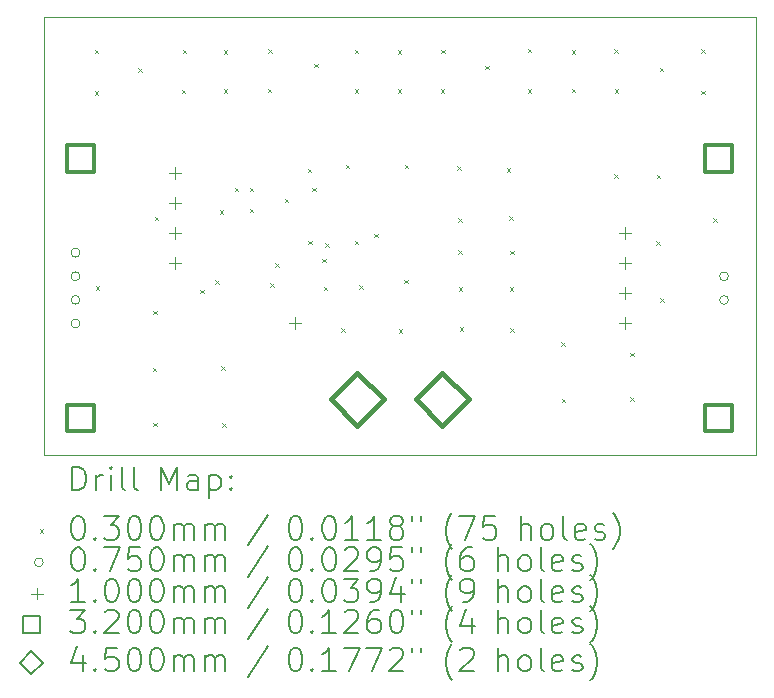
<source format=gbr>
%TF.GenerationSoftware,KiCad,Pcbnew,7.0.0*%
%TF.CreationDate,2023-03-02T15:59:10-08:00*%
%TF.ProjectId,KYBERNETES-LOGIC-PD,4b594245-524e-4455-9445-532d4c4f4749,rev?*%
%TF.SameCoordinates,Original*%
%TF.FileFunction,Drillmap*%
%TF.FilePolarity,Positive*%
%FSLAX45Y45*%
G04 Gerber Fmt 4.5, Leading zero omitted, Abs format (unit mm)*
G04 Created by KiCad (PCBNEW 7.0.0) date 2023-03-02 15:59:10*
%MOMM*%
%LPD*%
G01*
G04 APERTURE LIST*
%ADD10C,0.100000*%
%ADD11C,0.200000*%
%ADD12C,0.030000*%
%ADD13C,0.075000*%
%ADD14C,0.320000*%
%ADD15C,0.450000*%
G04 APERTURE END LIST*
D10*
X11553000Y-6405000D02*
X17579000Y-6405000D01*
X17579000Y-6405000D02*
X17579000Y-10111000D01*
X17579000Y-10111000D02*
X11553000Y-10111000D01*
X11553000Y-10111000D02*
X11553000Y-6405000D01*
D11*
D12*
X11983000Y-6681000D02*
X12013000Y-6711000D01*
X12013000Y-6681000D02*
X11983000Y-6711000D01*
X11985000Y-7031000D02*
X12015000Y-7061000D01*
X12015000Y-7031000D02*
X11985000Y-7061000D01*
X11991000Y-8684000D02*
X12021000Y-8714000D01*
X12021000Y-8684000D02*
X11991000Y-8714000D01*
X12354000Y-6836000D02*
X12384000Y-6866000D01*
X12384000Y-6836000D02*
X12354000Y-6866000D01*
X12473000Y-9374000D02*
X12503000Y-9404000D01*
X12503000Y-9374000D02*
X12473000Y-9404000D01*
X12479000Y-9837000D02*
X12509000Y-9867000D01*
X12509000Y-9837000D02*
X12479000Y-9867000D01*
X12481000Y-8889000D02*
X12511000Y-8919000D01*
X12511000Y-8889000D02*
X12481000Y-8919000D01*
X12491000Y-8094000D02*
X12521000Y-8124000D01*
X12521000Y-8094000D02*
X12491000Y-8124000D01*
X12721000Y-7019000D02*
X12751000Y-7049000D01*
X12751000Y-7019000D02*
X12721000Y-7049000D01*
X12727000Y-6678000D02*
X12757000Y-6708000D01*
X12757000Y-6678000D02*
X12727000Y-6708000D01*
X12879000Y-8711000D02*
X12909000Y-8741000D01*
X12909000Y-8711000D02*
X12879000Y-8741000D01*
X13002000Y-8633000D02*
X13032000Y-8663000D01*
X13032000Y-8633000D02*
X13002000Y-8663000D01*
X13043000Y-8037000D02*
X13073000Y-8067000D01*
X13073000Y-8037000D02*
X13043000Y-8067000D01*
X13056000Y-9358000D02*
X13086000Y-9388000D01*
X13086000Y-9358000D02*
X13056000Y-9388000D01*
X13065000Y-9841000D02*
X13095000Y-9871000D01*
X13095000Y-9841000D02*
X13065000Y-9871000D01*
X13076000Y-7015000D02*
X13106000Y-7045000D01*
X13106000Y-7015000D02*
X13076000Y-7045000D01*
X13077000Y-6685000D02*
X13107000Y-6715000D01*
X13107000Y-6685000D02*
X13077000Y-6715000D01*
X13169000Y-7849000D02*
X13199000Y-7879000D01*
X13199000Y-7849000D02*
X13169000Y-7879000D01*
X13296000Y-7849000D02*
X13326000Y-7879000D01*
X13326000Y-7849000D02*
X13296000Y-7879000D01*
X13296000Y-8025000D02*
X13326000Y-8055000D01*
X13326000Y-8025000D02*
X13296000Y-8055000D01*
X13450000Y-7009000D02*
X13480000Y-7039000D01*
X13480000Y-7009000D02*
X13450000Y-7039000D01*
X13451000Y-6677000D02*
X13481000Y-6707000D01*
X13481000Y-6677000D02*
X13451000Y-6707000D01*
X13470000Y-8657000D02*
X13500000Y-8687000D01*
X13500000Y-8657000D02*
X13470000Y-8687000D01*
X13513000Y-8487000D02*
X13543000Y-8517000D01*
X13543000Y-8487000D02*
X13513000Y-8517000D01*
X13593000Y-7942000D02*
X13623000Y-7972000D01*
X13623000Y-7942000D02*
X13593000Y-7972000D01*
X13787000Y-7689000D02*
X13817000Y-7719000D01*
X13817000Y-7689000D02*
X13787000Y-7719000D01*
X13792000Y-8296000D02*
X13822000Y-8326000D01*
X13822000Y-8296000D02*
X13792000Y-8326000D01*
X13827000Y-7847000D02*
X13857000Y-7877000D01*
X13857000Y-7847000D02*
X13827000Y-7877000D01*
X13841000Y-6797000D02*
X13871000Y-6827000D01*
X13871000Y-6797000D02*
X13841000Y-6827000D01*
X13908750Y-8450750D02*
X13938750Y-8480750D01*
X13938750Y-8450750D02*
X13908750Y-8480750D01*
X13922000Y-8687000D02*
X13952000Y-8717000D01*
X13952000Y-8687000D02*
X13922000Y-8717000D01*
X13936000Y-8320000D02*
X13966000Y-8350000D01*
X13966000Y-8320000D02*
X13936000Y-8350000D01*
X14072000Y-9036000D02*
X14102000Y-9066000D01*
X14102000Y-9036000D02*
X14072000Y-9066000D01*
X14108000Y-7654000D02*
X14138000Y-7684000D01*
X14138000Y-7654000D02*
X14108000Y-7684000D01*
X14184000Y-6678000D02*
X14214000Y-6708000D01*
X14214000Y-6678000D02*
X14184000Y-6708000D01*
X14185000Y-7016000D02*
X14215000Y-7046000D01*
X14215000Y-7016000D02*
X14185000Y-7046000D01*
X14187000Y-8297000D02*
X14217000Y-8327000D01*
X14217000Y-8297000D02*
X14187000Y-8327000D01*
X14224000Y-8675000D02*
X14254000Y-8705000D01*
X14254000Y-8675000D02*
X14224000Y-8705000D01*
X14352000Y-8239000D02*
X14382000Y-8269000D01*
X14382000Y-8239000D02*
X14352000Y-8269000D01*
X14549000Y-7013000D02*
X14579000Y-7043000D01*
X14579000Y-7013000D02*
X14549000Y-7043000D01*
X14551000Y-6684000D02*
X14581000Y-6714000D01*
X14581000Y-6684000D02*
X14551000Y-6714000D01*
X14557000Y-9045000D02*
X14587000Y-9075000D01*
X14587000Y-9045000D02*
X14557000Y-9075000D01*
X14605000Y-8628000D02*
X14635000Y-8658000D01*
X14635000Y-8628000D02*
X14605000Y-8658000D01*
X14607000Y-7654000D02*
X14637000Y-7684000D01*
X14637000Y-7654000D02*
X14607000Y-7684000D01*
X14914000Y-7014000D02*
X14944000Y-7044000D01*
X14944000Y-7014000D02*
X14914000Y-7044000D01*
X14917000Y-6678000D02*
X14947000Y-6708000D01*
X14947000Y-6678000D02*
X14917000Y-6708000D01*
X15053000Y-7665000D02*
X15083000Y-7695000D01*
X15083000Y-7665000D02*
X15053000Y-7695000D01*
X15060000Y-8378000D02*
X15090000Y-8408000D01*
X15090000Y-8378000D02*
X15060000Y-8408000D01*
X15062000Y-8106000D02*
X15092000Y-8136000D01*
X15092000Y-8106000D02*
X15062000Y-8136000D01*
X15065000Y-8692000D02*
X15095000Y-8722000D01*
X15095000Y-8692000D02*
X15065000Y-8722000D01*
X15074000Y-9028000D02*
X15104000Y-9058000D01*
X15104000Y-9028000D02*
X15074000Y-9058000D01*
X15292000Y-6815000D02*
X15322000Y-6845000D01*
X15322000Y-6815000D02*
X15292000Y-6845000D01*
X15473000Y-7684000D02*
X15503000Y-7714000D01*
X15503000Y-7684000D02*
X15473000Y-7714000D01*
X15495000Y-8091000D02*
X15525000Y-8121000D01*
X15525000Y-8091000D02*
X15495000Y-8121000D01*
X15499000Y-8692000D02*
X15529000Y-8722000D01*
X15529000Y-8692000D02*
X15499000Y-8722000D01*
X15502000Y-8381000D02*
X15532000Y-8411000D01*
X15532000Y-8381000D02*
X15502000Y-8411000D01*
X15504000Y-9037000D02*
X15534000Y-9067000D01*
X15534000Y-9037000D02*
X15504000Y-9067000D01*
X15649000Y-6673000D02*
X15679000Y-6703000D01*
X15679000Y-6673000D02*
X15649000Y-6703000D01*
X15651000Y-7015000D02*
X15681000Y-7045000D01*
X15681000Y-7015000D02*
X15651000Y-7045000D01*
X15934000Y-9154000D02*
X15964000Y-9184000D01*
X15964000Y-9154000D02*
X15934000Y-9184000D01*
X15936000Y-9636000D02*
X15966000Y-9666000D01*
X15966000Y-9636000D02*
X15936000Y-9666000D01*
X16022000Y-6682000D02*
X16052000Y-6712000D01*
X16052000Y-6682000D02*
X16022000Y-6712000D01*
X16022000Y-7008000D02*
X16052000Y-7038000D01*
X16052000Y-7008000D02*
X16022000Y-7038000D01*
X16381000Y-7735000D02*
X16411000Y-7765000D01*
X16411000Y-7735000D02*
X16381000Y-7765000D01*
X16383000Y-6677000D02*
X16413000Y-6707000D01*
X16413000Y-6677000D02*
X16383000Y-6707000D01*
X16385000Y-7016000D02*
X16415000Y-7046000D01*
X16415000Y-7016000D02*
X16385000Y-7046000D01*
X16519000Y-9620000D02*
X16549000Y-9650000D01*
X16549000Y-9620000D02*
X16519000Y-9650000D01*
X16520000Y-9244000D02*
X16550000Y-9274000D01*
X16550000Y-9244000D02*
X16520000Y-9274000D01*
X16736000Y-8300000D02*
X16766000Y-8330000D01*
X16766000Y-8300000D02*
X16736000Y-8330000D01*
X16743000Y-7737000D02*
X16773000Y-7767000D01*
X16773000Y-7737000D02*
X16743000Y-7767000D01*
X16769000Y-6833000D02*
X16799000Y-6863000D01*
X16799000Y-6833000D02*
X16769000Y-6863000D01*
X16774000Y-8785000D02*
X16804000Y-8815000D01*
X16804000Y-8785000D02*
X16774000Y-8815000D01*
X17118000Y-6675000D02*
X17148000Y-6705000D01*
X17148000Y-6675000D02*
X17118000Y-6705000D01*
X17120000Y-7025000D02*
X17150000Y-7055000D01*
X17150000Y-7025000D02*
X17120000Y-7055000D01*
X17221000Y-8108000D02*
X17251000Y-8138000D01*
X17251000Y-8108000D02*
X17221000Y-8138000D01*
D13*
X11858500Y-8398000D02*
G75*
G03*
X11858500Y-8398000I-37500J0D01*
G01*
X11858500Y-8598000D02*
G75*
G03*
X11858500Y-8598000I-37500J0D01*
G01*
X11858500Y-8798000D02*
G75*
G03*
X11858500Y-8798000I-37500J0D01*
G01*
X11858500Y-8998000D02*
G75*
G03*
X11858500Y-8998000I-37500J0D01*
G01*
X17349500Y-8598000D02*
G75*
G03*
X17349500Y-8598000I-37500J0D01*
G01*
X17349500Y-8798000D02*
G75*
G03*
X17349500Y-8798000I-37500J0D01*
G01*
D10*
X12661000Y-7672000D02*
X12661000Y-7772000D01*
X12611000Y-7722000D02*
X12711000Y-7722000D01*
X12661000Y-7926000D02*
X12661000Y-8026000D01*
X12611000Y-7976000D02*
X12711000Y-7976000D01*
X12661000Y-8180000D02*
X12661000Y-8280000D01*
X12611000Y-8230000D02*
X12711000Y-8230000D01*
X12661000Y-8434000D02*
X12661000Y-8534000D01*
X12611000Y-8484000D02*
X12711000Y-8484000D01*
X13677000Y-8942000D02*
X13677000Y-9042000D01*
X13627000Y-8992000D02*
X13727000Y-8992000D01*
X16471000Y-8180000D02*
X16471000Y-8280000D01*
X16421000Y-8230000D02*
X16521000Y-8230000D01*
X16471000Y-8434000D02*
X16471000Y-8534000D01*
X16421000Y-8484000D02*
X16521000Y-8484000D01*
X16471000Y-8688000D02*
X16471000Y-8788000D01*
X16421000Y-8738000D02*
X16521000Y-8738000D01*
X16471000Y-8942000D02*
X16471000Y-9042000D01*
X16421000Y-8992000D02*
X16521000Y-8992000D01*
D14*
X11979138Y-7711138D02*
X11979138Y-7484862D01*
X11752862Y-7484862D01*
X11752862Y-7711138D01*
X11979138Y-7711138D01*
X11979138Y-9911138D02*
X11979138Y-9684862D01*
X11752862Y-9684862D01*
X11752862Y-9911138D01*
X11979138Y-9911138D01*
X17379138Y-7711138D02*
X17379138Y-7484862D01*
X17152862Y-7484862D01*
X17152862Y-7711138D01*
X17379138Y-7711138D01*
X17379138Y-9911138D02*
X17379138Y-9684862D01*
X17152862Y-9684862D01*
X17152862Y-9911138D01*
X17379138Y-9911138D01*
D15*
X14206000Y-9865000D02*
X14431000Y-9640000D01*
X14206000Y-9415000D01*
X13981000Y-9640000D01*
X14206000Y-9865000D01*
X14926000Y-9865000D02*
X15151000Y-9640000D01*
X14926000Y-9415000D01*
X14701000Y-9640000D01*
X14926000Y-9865000D01*
D11*
X11795619Y-10409476D02*
X11795619Y-10209476D01*
X11795619Y-10209476D02*
X11843238Y-10209476D01*
X11843238Y-10209476D02*
X11871809Y-10219000D01*
X11871809Y-10219000D02*
X11890857Y-10238048D01*
X11890857Y-10238048D02*
X11900381Y-10257095D01*
X11900381Y-10257095D02*
X11909905Y-10295190D01*
X11909905Y-10295190D02*
X11909905Y-10323762D01*
X11909905Y-10323762D02*
X11900381Y-10361857D01*
X11900381Y-10361857D02*
X11890857Y-10380905D01*
X11890857Y-10380905D02*
X11871809Y-10399952D01*
X11871809Y-10399952D02*
X11843238Y-10409476D01*
X11843238Y-10409476D02*
X11795619Y-10409476D01*
X11995619Y-10409476D02*
X11995619Y-10276143D01*
X11995619Y-10314238D02*
X12005143Y-10295190D01*
X12005143Y-10295190D02*
X12014667Y-10285667D01*
X12014667Y-10285667D02*
X12033714Y-10276143D01*
X12033714Y-10276143D02*
X12052762Y-10276143D01*
X12119428Y-10409476D02*
X12119428Y-10276143D01*
X12119428Y-10209476D02*
X12109905Y-10219000D01*
X12109905Y-10219000D02*
X12119428Y-10228524D01*
X12119428Y-10228524D02*
X12128952Y-10219000D01*
X12128952Y-10219000D02*
X12119428Y-10209476D01*
X12119428Y-10209476D02*
X12119428Y-10228524D01*
X12243238Y-10409476D02*
X12224190Y-10399952D01*
X12224190Y-10399952D02*
X12214667Y-10380905D01*
X12214667Y-10380905D02*
X12214667Y-10209476D01*
X12348000Y-10409476D02*
X12328952Y-10399952D01*
X12328952Y-10399952D02*
X12319428Y-10380905D01*
X12319428Y-10380905D02*
X12319428Y-10209476D01*
X12544190Y-10409476D02*
X12544190Y-10209476D01*
X12544190Y-10209476D02*
X12610857Y-10352333D01*
X12610857Y-10352333D02*
X12677524Y-10209476D01*
X12677524Y-10209476D02*
X12677524Y-10409476D01*
X12858476Y-10409476D02*
X12858476Y-10304714D01*
X12858476Y-10304714D02*
X12848952Y-10285667D01*
X12848952Y-10285667D02*
X12829905Y-10276143D01*
X12829905Y-10276143D02*
X12791809Y-10276143D01*
X12791809Y-10276143D02*
X12772762Y-10285667D01*
X12858476Y-10399952D02*
X12839428Y-10409476D01*
X12839428Y-10409476D02*
X12791809Y-10409476D01*
X12791809Y-10409476D02*
X12772762Y-10399952D01*
X12772762Y-10399952D02*
X12763238Y-10380905D01*
X12763238Y-10380905D02*
X12763238Y-10361857D01*
X12763238Y-10361857D02*
X12772762Y-10342810D01*
X12772762Y-10342810D02*
X12791809Y-10333286D01*
X12791809Y-10333286D02*
X12839428Y-10333286D01*
X12839428Y-10333286D02*
X12858476Y-10323762D01*
X12953714Y-10276143D02*
X12953714Y-10476143D01*
X12953714Y-10285667D02*
X12972762Y-10276143D01*
X12972762Y-10276143D02*
X13010857Y-10276143D01*
X13010857Y-10276143D02*
X13029905Y-10285667D01*
X13029905Y-10285667D02*
X13039428Y-10295190D01*
X13039428Y-10295190D02*
X13048952Y-10314238D01*
X13048952Y-10314238D02*
X13048952Y-10371381D01*
X13048952Y-10371381D02*
X13039428Y-10390429D01*
X13039428Y-10390429D02*
X13029905Y-10399952D01*
X13029905Y-10399952D02*
X13010857Y-10409476D01*
X13010857Y-10409476D02*
X12972762Y-10409476D01*
X12972762Y-10409476D02*
X12953714Y-10399952D01*
X13134667Y-10390429D02*
X13144190Y-10399952D01*
X13144190Y-10399952D02*
X13134667Y-10409476D01*
X13134667Y-10409476D02*
X13125143Y-10399952D01*
X13125143Y-10399952D02*
X13134667Y-10390429D01*
X13134667Y-10390429D02*
X13134667Y-10409476D01*
X13134667Y-10285667D02*
X13144190Y-10295190D01*
X13144190Y-10295190D02*
X13134667Y-10304714D01*
X13134667Y-10304714D02*
X13125143Y-10295190D01*
X13125143Y-10295190D02*
X13134667Y-10285667D01*
X13134667Y-10285667D02*
X13134667Y-10304714D01*
D12*
X11518000Y-10741000D02*
X11548000Y-10771000D01*
X11548000Y-10741000D02*
X11518000Y-10771000D01*
D11*
X11833714Y-10629476D02*
X11852762Y-10629476D01*
X11852762Y-10629476D02*
X11871809Y-10639000D01*
X11871809Y-10639000D02*
X11881333Y-10648524D01*
X11881333Y-10648524D02*
X11890857Y-10667571D01*
X11890857Y-10667571D02*
X11900381Y-10705667D01*
X11900381Y-10705667D02*
X11900381Y-10753286D01*
X11900381Y-10753286D02*
X11890857Y-10791381D01*
X11890857Y-10791381D02*
X11881333Y-10810429D01*
X11881333Y-10810429D02*
X11871809Y-10819952D01*
X11871809Y-10819952D02*
X11852762Y-10829476D01*
X11852762Y-10829476D02*
X11833714Y-10829476D01*
X11833714Y-10829476D02*
X11814667Y-10819952D01*
X11814667Y-10819952D02*
X11805143Y-10810429D01*
X11805143Y-10810429D02*
X11795619Y-10791381D01*
X11795619Y-10791381D02*
X11786095Y-10753286D01*
X11786095Y-10753286D02*
X11786095Y-10705667D01*
X11786095Y-10705667D02*
X11795619Y-10667571D01*
X11795619Y-10667571D02*
X11805143Y-10648524D01*
X11805143Y-10648524D02*
X11814667Y-10639000D01*
X11814667Y-10639000D02*
X11833714Y-10629476D01*
X11986095Y-10810429D02*
X11995619Y-10819952D01*
X11995619Y-10819952D02*
X11986095Y-10829476D01*
X11986095Y-10829476D02*
X11976571Y-10819952D01*
X11976571Y-10819952D02*
X11986095Y-10810429D01*
X11986095Y-10810429D02*
X11986095Y-10829476D01*
X12062286Y-10629476D02*
X12186095Y-10629476D01*
X12186095Y-10629476D02*
X12119428Y-10705667D01*
X12119428Y-10705667D02*
X12148000Y-10705667D01*
X12148000Y-10705667D02*
X12167048Y-10715190D01*
X12167048Y-10715190D02*
X12176571Y-10724714D01*
X12176571Y-10724714D02*
X12186095Y-10743762D01*
X12186095Y-10743762D02*
X12186095Y-10791381D01*
X12186095Y-10791381D02*
X12176571Y-10810429D01*
X12176571Y-10810429D02*
X12167048Y-10819952D01*
X12167048Y-10819952D02*
X12148000Y-10829476D01*
X12148000Y-10829476D02*
X12090857Y-10829476D01*
X12090857Y-10829476D02*
X12071809Y-10819952D01*
X12071809Y-10819952D02*
X12062286Y-10810429D01*
X12309905Y-10629476D02*
X12328952Y-10629476D01*
X12328952Y-10629476D02*
X12348000Y-10639000D01*
X12348000Y-10639000D02*
X12357524Y-10648524D01*
X12357524Y-10648524D02*
X12367048Y-10667571D01*
X12367048Y-10667571D02*
X12376571Y-10705667D01*
X12376571Y-10705667D02*
X12376571Y-10753286D01*
X12376571Y-10753286D02*
X12367048Y-10791381D01*
X12367048Y-10791381D02*
X12357524Y-10810429D01*
X12357524Y-10810429D02*
X12348000Y-10819952D01*
X12348000Y-10819952D02*
X12328952Y-10829476D01*
X12328952Y-10829476D02*
X12309905Y-10829476D01*
X12309905Y-10829476D02*
X12290857Y-10819952D01*
X12290857Y-10819952D02*
X12281333Y-10810429D01*
X12281333Y-10810429D02*
X12271809Y-10791381D01*
X12271809Y-10791381D02*
X12262286Y-10753286D01*
X12262286Y-10753286D02*
X12262286Y-10705667D01*
X12262286Y-10705667D02*
X12271809Y-10667571D01*
X12271809Y-10667571D02*
X12281333Y-10648524D01*
X12281333Y-10648524D02*
X12290857Y-10639000D01*
X12290857Y-10639000D02*
X12309905Y-10629476D01*
X12500381Y-10629476D02*
X12519429Y-10629476D01*
X12519429Y-10629476D02*
X12538476Y-10639000D01*
X12538476Y-10639000D02*
X12548000Y-10648524D01*
X12548000Y-10648524D02*
X12557524Y-10667571D01*
X12557524Y-10667571D02*
X12567048Y-10705667D01*
X12567048Y-10705667D02*
X12567048Y-10753286D01*
X12567048Y-10753286D02*
X12557524Y-10791381D01*
X12557524Y-10791381D02*
X12548000Y-10810429D01*
X12548000Y-10810429D02*
X12538476Y-10819952D01*
X12538476Y-10819952D02*
X12519429Y-10829476D01*
X12519429Y-10829476D02*
X12500381Y-10829476D01*
X12500381Y-10829476D02*
X12481333Y-10819952D01*
X12481333Y-10819952D02*
X12471809Y-10810429D01*
X12471809Y-10810429D02*
X12462286Y-10791381D01*
X12462286Y-10791381D02*
X12452762Y-10753286D01*
X12452762Y-10753286D02*
X12452762Y-10705667D01*
X12452762Y-10705667D02*
X12462286Y-10667571D01*
X12462286Y-10667571D02*
X12471809Y-10648524D01*
X12471809Y-10648524D02*
X12481333Y-10639000D01*
X12481333Y-10639000D02*
X12500381Y-10629476D01*
X12652762Y-10829476D02*
X12652762Y-10696143D01*
X12652762Y-10715190D02*
X12662286Y-10705667D01*
X12662286Y-10705667D02*
X12681333Y-10696143D01*
X12681333Y-10696143D02*
X12709905Y-10696143D01*
X12709905Y-10696143D02*
X12728952Y-10705667D01*
X12728952Y-10705667D02*
X12738476Y-10724714D01*
X12738476Y-10724714D02*
X12738476Y-10829476D01*
X12738476Y-10724714D02*
X12748000Y-10705667D01*
X12748000Y-10705667D02*
X12767048Y-10696143D01*
X12767048Y-10696143D02*
X12795619Y-10696143D01*
X12795619Y-10696143D02*
X12814667Y-10705667D01*
X12814667Y-10705667D02*
X12824190Y-10724714D01*
X12824190Y-10724714D02*
X12824190Y-10829476D01*
X12919429Y-10829476D02*
X12919429Y-10696143D01*
X12919429Y-10715190D02*
X12928952Y-10705667D01*
X12928952Y-10705667D02*
X12948000Y-10696143D01*
X12948000Y-10696143D02*
X12976571Y-10696143D01*
X12976571Y-10696143D02*
X12995619Y-10705667D01*
X12995619Y-10705667D02*
X13005143Y-10724714D01*
X13005143Y-10724714D02*
X13005143Y-10829476D01*
X13005143Y-10724714D02*
X13014667Y-10705667D01*
X13014667Y-10705667D02*
X13033714Y-10696143D01*
X13033714Y-10696143D02*
X13062286Y-10696143D01*
X13062286Y-10696143D02*
X13081333Y-10705667D01*
X13081333Y-10705667D02*
X13090857Y-10724714D01*
X13090857Y-10724714D02*
X13090857Y-10829476D01*
X13448952Y-10619952D02*
X13277524Y-10877095D01*
X13673714Y-10629476D02*
X13692762Y-10629476D01*
X13692762Y-10629476D02*
X13711810Y-10639000D01*
X13711810Y-10639000D02*
X13721333Y-10648524D01*
X13721333Y-10648524D02*
X13730857Y-10667571D01*
X13730857Y-10667571D02*
X13740381Y-10705667D01*
X13740381Y-10705667D02*
X13740381Y-10753286D01*
X13740381Y-10753286D02*
X13730857Y-10791381D01*
X13730857Y-10791381D02*
X13721333Y-10810429D01*
X13721333Y-10810429D02*
X13711810Y-10819952D01*
X13711810Y-10819952D02*
X13692762Y-10829476D01*
X13692762Y-10829476D02*
X13673714Y-10829476D01*
X13673714Y-10829476D02*
X13654667Y-10819952D01*
X13654667Y-10819952D02*
X13645143Y-10810429D01*
X13645143Y-10810429D02*
X13635619Y-10791381D01*
X13635619Y-10791381D02*
X13626095Y-10753286D01*
X13626095Y-10753286D02*
X13626095Y-10705667D01*
X13626095Y-10705667D02*
X13635619Y-10667571D01*
X13635619Y-10667571D02*
X13645143Y-10648524D01*
X13645143Y-10648524D02*
X13654667Y-10639000D01*
X13654667Y-10639000D02*
X13673714Y-10629476D01*
X13826095Y-10810429D02*
X13835619Y-10819952D01*
X13835619Y-10819952D02*
X13826095Y-10829476D01*
X13826095Y-10829476D02*
X13816571Y-10819952D01*
X13816571Y-10819952D02*
X13826095Y-10810429D01*
X13826095Y-10810429D02*
X13826095Y-10829476D01*
X13959429Y-10629476D02*
X13978476Y-10629476D01*
X13978476Y-10629476D02*
X13997524Y-10639000D01*
X13997524Y-10639000D02*
X14007048Y-10648524D01*
X14007048Y-10648524D02*
X14016571Y-10667571D01*
X14016571Y-10667571D02*
X14026095Y-10705667D01*
X14026095Y-10705667D02*
X14026095Y-10753286D01*
X14026095Y-10753286D02*
X14016571Y-10791381D01*
X14016571Y-10791381D02*
X14007048Y-10810429D01*
X14007048Y-10810429D02*
X13997524Y-10819952D01*
X13997524Y-10819952D02*
X13978476Y-10829476D01*
X13978476Y-10829476D02*
X13959429Y-10829476D01*
X13959429Y-10829476D02*
X13940381Y-10819952D01*
X13940381Y-10819952D02*
X13930857Y-10810429D01*
X13930857Y-10810429D02*
X13921333Y-10791381D01*
X13921333Y-10791381D02*
X13911810Y-10753286D01*
X13911810Y-10753286D02*
X13911810Y-10705667D01*
X13911810Y-10705667D02*
X13921333Y-10667571D01*
X13921333Y-10667571D02*
X13930857Y-10648524D01*
X13930857Y-10648524D02*
X13940381Y-10639000D01*
X13940381Y-10639000D02*
X13959429Y-10629476D01*
X14216571Y-10829476D02*
X14102286Y-10829476D01*
X14159429Y-10829476D02*
X14159429Y-10629476D01*
X14159429Y-10629476D02*
X14140381Y-10658048D01*
X14140381Y-10658048D02*
X14121333Y-10677095D01*
X14121333Y-10677095D02*
X14102286Y-10686619D01*
X14407048Y-10829476D02*
X14292762Y-10829476D01*
X14349905Y-10829476D02*
X14349905Y-10629476D01*
X14349905Y-10629476D02*
X14330857Y-10658048D01*
X14330857Y-10658048D02*
X14311810Y-10677095D01*
X14311810Y-10677095D02*
X14292762Y-10686619D01*
X14521333Y-10715190D02*
X14502286Y-10705667D01*
X14502286Y-10705667D02*
X14492762Y-10696143D01*
X14492762Y-10696143D02*
X14483238Y-10677095D01*
X14483238Y-10677095D02*
X14483238Y-10667571D01*
X14483238Y-10667571D02*
X14492762Y-10648524D01*
X14492762Y-10648524D02*
X14502286Y-10639000D01*
X14502286Y-10639000D02*
X14521333Y-10629476D01*
X14521333Y-10629476D02*
X14559429Y-10629476D01*
X14559429Y-10629476D02*
X14578476Y-10639000D01*
X14578476Y-10639000D02*
X14588000Y-10648524D01*
X14588000Y-10648524D02*
X14597524Y-10667571D01*
X14597524Y-10667571D02*
X14597524Y-10677095D01*
X14597524Y-10677095D02*
X14588000Y-10696143D01*
X14588000Y-10696143D02*
X14578476Y-10705667D01*
X14578476Y-10705667D02*
X14559429Y-10715190D01*
X14559429Y-10715190D02*
X14521333Y-10715190D01*
X14521333Y-10715190D02*
X14502286Y-10724714D01*
X14502286Y-10724714D02*
X14492762Y-10734238D01*
X14492762Y-10734238D02*
X14483238Y-10753286D01*
X14483238Y-10753286D02*
X14483238Y-10791381D01*
X14483238Y-10791381D02*
X14492762Y-10810429D01*
X14492762Y-10810429D02*
X14502286Y-10819952D01*
X14502286Y-10819952D02*
X14521333Y-10829476D01*
X14521333Y-10829476D02*
X14559429Y-10829476D01*
X14559429Y-10829476D02*
X14578476Y-10819952D01*
X14578476Y-10819952D02*
X14588000Y-10810429D01*
X14588000Y-10810429D02*
X14597524Y-10791381D01*
X14597524Y-10791381D02*
X14597524Y-10753286D01*
X14597524Y-10753286D02*
X14588000Y-10734238D01*
X14588000Y-10734238D02*
X14578476Y-10724714D01*
X14578476Y-10724714D02*
X14559429Y-10715190D01*
X14673714Y-10629476D02*
X14673714Y-10667571D01*
X14749905Y-10629476D02*
X14749905Y-10667571D01*
X15012762Y-10905667D02*
X15003238Y-10896143D01*
X15003238Y-10896143D02*
X14984191Y-10867571D01*
X14984191Y-10867571D02*
X14974667Y-10848524D01*
X14974667Y-10848524D02*
X14965143Y-10819952D01*
X14965143Y-10819952D02*
X14955619Y-10772333D01*
X14955619Y-10772333D02*
X14955619Y-10734238D01*
X14955619Y-10734238D02*
X14965143Y-10686619D01*
X14965143Y-10686619D02*
X14974667Y-10658048D01*
X14974667Y-10658048D02*
X14984191Y-10639000D01*
X14984191Y-10639000D02*
X15003238Y-10610429D01*
X15003238Y-10610429D02*
X15012762Y-10600905D01*
X15069905Y-10629476D02*
X15203238Y-10629476D01*
X15203238Y-10629476D02*
X15117524Y-10829476D01*
X15374667Y-10629476D02*
X15279429Y-10629476D01*
X15279429Y-10629476D02*
X15269905Y-10724714D01*
X15269905Y-10724714D02*
X15279429Y-10715190D01*
X15279429Y-10715190D02*
X15298476Y-10705667D01*
X15298476Y-10705667D02*
X15346095Y-10705667D01*
X15346095Y-10705667D02*
X15365143Y-10715190D01*
X15365143Y-10715190D02*
X15374667Y-10724714D01*
X15374667Y-10724714D02*
X15384191Y-10743762D01*
X15384191Y-10743762D02*
X15384191Y-10791381D01*
X15384191Y-10791381D02*
X15374667Y-10810429D01*
X15374667Y-10810429D02*
X15365143Y-10819952D01*
X15365143Y-10819952D02*
X15346095Y-10829476D01*
X15346095Y-10829476D02*
X15298476Y-10829476D01*
X15298476Y-10829476D02*
X15279429Y-10819952D01*
X15279429Y-10819952D02*
X15269905Y-10810429D01*
X15589905Y-10829476D02*
X15589905Y-10629476D01*
X15675619Y-10829476D02*
X15675619Y-10724714D01*
X15675619Y-10724714D02*
X15666095Y-10705667D01*
X15666095Y-10705667D02*
X15647048Y-10696143D01*
X15647048Y-10696143D02*
X15618476Y-10696143D01*
X15618476Y-10696143D02*
X15599429Y-10705667D01*
X15599429Y-10705667D02*
X15589905Y-10715190D01*
X15799429Y-10829476D02*
X15780381Y-10819952D01*
X15780381Y-10819952D02*
X15770857Y-10810429D01*
X15770857Y-10810429D02*
X15761333Y-10791381D01*
X15761333Y-10791381D02*
X15761333Y-10734238D01*
X15761333Y-10734238D02*
X15770857Y-10715190D01*
X15770857Y-10715190D02*
X15780381Y-10705667D01*
X15780381Y-10705667D02*
X15799429Y-10696143D01*
X15799429Y-10696143D02*
X15828000Y-10696143D01*
X15828000Y-10696143D02*
X15847048Y-10705667D01*
X15847048Y-10705667D02*
X15856572Y-10715190D01*
X15856572Y-10715190D02*
X15866095Y-10734238D01*
X15866095Y-10734238D02*
X15866095Y-10791381D01*
X15866095Y-10791381D02*
X15856572Y-10810429D01*
X15856572Y-10810429D02*
X15847048Y-10819952D01*
X15847048Y-10819952D02*
X15828000Y-10829476D01*
X15828000Y-10829476D02*
X15799429Y-10829476D01*
X15980381Y-10829476D02*
X15961333Y-10819952D01*
X15961333Y-10819952D02*
X15951810Y-10800905D01*
X15951810Y-10800905D02*
X15951810Y-10629476D01*
X16132762Y-10819952D02*
X16113714Y-10829476D01*
X16113714Y-10829476D02*
X16075619Y-10829476D01*
X16075619Y-10829476D02*
X16056572Y-10819952D01*
X16056572Y-10819952D02*
X16047048Y-10800905D01*
X16047048Y-10800905D02*
X16047048Y-10724714D01*
X16047048Y-10724714D02*
X16056572Y-10705667D01*
X16056572Y-10705667D02*
X16075619Y-10696143D01*
X16075619Y-10696143D02*
X16113714Y-10696143D01*
X16113714Y-10696143D02*
X16132762Y-10705667D01*
X16132762Y-10705667D02*
X16142286Y-10724714D01*
X16142286Y-10724714D02*
X16142286Y-10743762D01*
X16142286Y-10743762D02*
X16047048Y-10762810D01*
X16218476Y-10819952D02*
X16237524Y-10829476D01*
X16237524Y-10829476D02*
X16275619Y-10829476D01*
X16275619Y-10829476D02*
X16294667Y-10819952D01*
X16294667Y-10819952D02*
X16304191Y-10800905D01*
X16304191Y-10800905D02*
X16304191Y-10791381D01*
X16304191Y-10791381D02*
X16294667Y-10772333D01*
X16294667Y-10772333D02*
X16275619Y-10762810D01*
X16275619Y-10762810D02*
X16247048Y-10762810D01*
X16247048Y-10762810D02*
X16228000Y-10753286D01*
X16228000Y-10753286D02*
X16218476Y-10734238D01*
X16218476Y-10734238D02*
X16218476Y-10724714D01*
X16218476Y-10724714D02*
X16228000Y-10705667D01*
X16228000Y-10705667D02*
X16247048Y-10696143D01*
X16247048Y-10696143D02*
X16275619Y-10696143D01*
X16275619Y-10696143D02*
X16294667Y-10705667D01*
X16370857Y-10905667D02*
X16380381Y-10896143D01*
X16380381Y-10896143D02*
X16399429Y-10867571D01*
X16399429Y-10867571D02*
X16408953Y-10848524D01*
X16408953Y-10848524D02*
X16418476Y-10819952D01*
X16418476Y-10819952D02*
X16428000Y-10772333D01*
X16428000Y-10772333D02*
X16428000Y-10734238D01*
X16428000Y-10734238D02*
X16418476Y-10686619D01*
X16418476Y-10686619D02*
X16408953Y-10658048D01*
X16408953Y-10658048D02*
X16399429Y-10639000D01*
X16399429Y-10639000D02*
X16380381Y-10610429D01*
X16380381Y-10610429D02*
X16370857Y-10600905D01*
D13*
X11548000Y-11020000D02*
G75*
G03*
X11548000Y-11020000I-37500J0D01*
G01*
D11*
X11833714Y-10893476D02*
X11852762Y-10893476D01*
X11852762Y-10893476D02*
X11871809Y-10903000D01*
X11871809Y-10903000D02*
X11881333Y-10912524D01*
X11881333Y-10912524D02*
X11890857Y-10931571D01*
X11890857Y-10931571D02*
X11900381Y-10969667D01*
X11900381Y-10969667D02*
X11900381Y-11017286D01*
X11900381Y-11017286D02*
X11890857Y-11055381D01*
X11890857Y-11055381D02*
X11881333Y-11074429D01*
X11881333Y-11074429D02*
X11871809Y-11083952D01*
X11871809Y-11083952D02*
X11852762Y-11093476D01*
X11852762Y-11093476D02*
X11833714Y-11093476D01*
X11833714Y-11093476D02*
X11814667Y-11083952D01*
X11814667Y-11083952D02*
X11805143Y-11074429D01*
X11805143Y-11074429D02*
X11795619Y-11055381D01*
X11795619Y-11055381D02*
X11786095Y-11017286D01*
X11786095Y-11017286D02*
X11786095Y-10969667D01*
X11786095Y-10969667D02*
X11795619Y-10931571D01*
X11795619Y-10931571D02*
X11805143Y-10912524D01*
X11805143Y-10912524D02*
X11814667Y-10903000D01*
X11814667Y-10903000D02*
X11833714Y-10893476D01*
X11986095Y-11074429D02*
X11995619Y-11083952D01*
X11995619Y-11083952D02*
X11986095Y-11093476D01*
X11986095Y-11093476D02*
X11976571Y-11083952D01*
X11976571Y-11083952D02*
X11986095Y-11074429D01*
X11986095Y-11074429D02*
X11986095Y-11093476D01*
X12062286Y-10893476D02*
X12195619Y-10893476D01*
X12195619Y-10893476D02*
X12109905Y-11093476D01*
X12367048Y-10893476D02*
X12271809Y-10893476D01*
X12271809Y-10893476D02*
X12262286Y-10988714D01*
X12262286Y-10988714D02*
X12271809Y-10979190D01*
X12271809Y-10979190D02*
X12290857Y-10969667D01*
X12290857Y-10969667D02*
X12338476Y-10969667D01*
X12338476Y-10969667D02*
X12357524Y-10979190D01*
X12357524Y-10979190D02*
X12367048Y-10988714D01*
X12367048Y-10988714D02*
X12376571Y-11007762D01*
X12376571Y-11007762D02*
X12376571Y-11055381D01*
X12376571Y-11055381D02*
X12367048Y-11074429D01*
X12367048Y-11074429D02*
X12357524Y-11083952D01*
X12357524Y-11083952D02*
X12338476Y-11093476D01*
X12338476Y-11093476D02*
X12290857Y-11093476D01*
X12290857Y-11093476D02*
X12271809Y-11083952D01*
X12271809Y-11083952D02*
X12262286Y-11074429D01*
X12500381Y-10893476D02*
X12519429Y-10893476D01*
X12519429Y-10893476D02*
X12538476Y-10903000D01*
X12538476Y-10903000D02*
X12548000Y-10912524D01*
X12548000Y-10912524D02*
X12557524Y-10931571D01*
X12557524Y-10931571D02*
X12567048Y-10969667D01*
X12567048Y-10969667D02*
X12567048Y-11017286D01*
X12567048Y-11017286D02*
X12557524Y-11055381D01*
X12557524Y-11055381D02*
X12548000Y-11074429D01*
X12548000Y-11074429D02*
X12538476Y-11083952D01*
X12538476Y-11083952D02*
X12519429Y-11093476D01*
X12519429Y-11093476D02*
X12500381Y-11093476D01*
X12500381Y-11093476D02*
X12481333Y-11083952D01*
X12481333Y-11083952D02*
X12471809Y-11074429D01*
X12471809Y-11074429D02*
X12462286Y-11055381D01*
X12462286Y-11055381D02*
X12452762Y-11017286D01*
X12452762Y-11017286D02*
X12452762Y-10969667D01*
X12452762Y-10969667D02*
X12462286Y-10931571D01*
X12462286Y-10931571D02*
X12471809Y-10912524D01*
X12471809Y-10912524D02*
X12481333Y-10903000D01*
X12481333Y-10903000D02*
X12500381Y-10893476D01*
X12652762Y-11093476D02*
X12652762Y-10960143D01*
X12652762Y-10979190D02*
X12662286Y-10969667D01*
X12662286Y-10969667D02*
X12681333Y-10960143D01*
X12681333Y-10960143D02*
X12709905Y-10960143D01*
X12709905Y-10960143D02*
X12728952Y-10969667D01*
X12728952Y-10969667D02*
X12738476Y-10988714D01*
X12738476Y-10988714D02*
X12738476Y-11093476D01*
X12738476Y-10988714D02*
X12748000Y-10969667D01*
X12748000Y-10969667D02*
X12767048Y-10960143D01*
X12767048Y-10960143D02*
X12795619Y-10960143D01*
X12795619Y-10960143D02*
X12814667Y-10969667D01*
X12814667Y-10969667D02*
X12824190Y-10988714D01*
X12824190Y-10988714D02*
X12824190Y-11093476D01*
X12919429Y-11093476D02*
X12919429Y-10960143D01*
X12919429Y-10979190D02*
X12928952Y-10969667D01*
X12928952Y-10969667D02*
X12948000Y-10960143D01*
X12948000Y-10960143D02*
X12976571Y-10960143D01*
X12976571Y-10960143D02*
X12995619Y-10969667D01*
X12995619Y-10969667D02*
X13005143Y-10988714D01*
X13005143Y-10988714D02*
X13005143Y-11093476D01*
X13005143Y-10988714D02*
X13014667Y-10969667D01*
X13014667Y-10969667D02*
X13033714Y-10960143D01*
X13033714Y-10960143D02*
X13062286Y-10960143D01*
X13062286Y-10960143D02*
X13081333Y-10969667D01*
X13081333Y-10969667D02*
X13090857Y-10988714D01*
X13090857Y-10988714D02*
X13090857Y-11093476D01*
X13448952Y-10883952D02*
X13277524Y-11141095D01*
X13673714Y-10893476D02*
X13692762Y-10893476D01*
X13692762Y-10893476D02*
X13711810Y-10903000D01*
X13711810Y-10903000D02*
X13721333Y-10912524D01*
X13721333Y-10912524D02*
X13730857Y-10931571D01*
X13730857Y-10931571D02*
X13740381Y-10969667D01*
X13740381Y-10969667D02*
X13740381Y-11017286D01*
X13740381Y-11017286D02*
X13730857Y-11055381D01*
X13730857Y-11055381D02*
X13721333Y-11074429D01*
X13721333Y-11074429D02*
X13711810Y-11083952D01*
X13711810Y-11083952D02*
X13692762Y-11093476D01*
X13692762Y-11093476D02*
X13673714Y-11093476D01*
X13673714Y-11093476D02*
X13654667Y-11083952D01*
X13654667Y-11083952D02*
X13645143Y-11074429D01*
X13645143Y-11074429D02*
X13635619Y-11055381D01*
X13635619Y-11055381D02*
X13626095Y-11017286D01*
X13626095Y-11017286D02*
X13626095Y-10969667D01*
X13626095Y-10969667D02*
X13635619Y-10931571D01*
X13635619Y-10931571D02*
X13645143Y-10912524D01*
X13645143Y-10912524D02*
X13654667Y-10903000D01*
X13654667Y-10903000D02*
X13673714Y-10893476D01*
X13826095Y-11074429D02*
X13835619Y-11083952D01*
X13835619Y-11083952D02*
X13826095Y-11093476D01*
X13826095Y-11093476D02*
X13816571Y-11083952D01*
X13816571Y-11083952D02*
X13826095Y-11074429D01*
X13826095Y-11074429D02*
X13826095Y-11093476D01*
X13959429Y-10893476D02*
X13978476Y-10893476D01*
X13978476Y-10893476D02*
X13997524Y-10903000D01*
X13997524Y-10903000D02*
X14007048Y-10912524D01*
X14007048Y-10912524D02*
X14016571Y-10931571D01*
X14016571Y-10931571D02*
X14026095Y-10969667D01*
X14026095Y-10969667D02*
X14026095Y-11017286D01*
X14026095Y-11017286D02*
X14016571Y-11055381D01*
X14016571Y-11055381D02*
X14007048Y-11074429D01*
X14007048Y-11074429D02*
X13997524Y-11083952D01*
X13997524Y-11083952D02*
X13978476Y-11093476D01*
X13978476Y-11093476D02*
X13959429Y-11093476D01*
X13959429Y-11093476D02*
X13940381Y-11083952D01*
X13940381Y-11083952D02*
X13930857Y-11074429D01*
X13930857Y-11074429D02*
X13921333Y-11055381D01*
X13921333Y-11055381D02*
X13911810Y-11017286D01*
X13911810Y-11017286D02*
X13911810Y-10969667D01*
X13911810Y-10969667D02*
X13921333Y-10931571D01*
X13921333Y-10931571D02*
X13930857Y-10912524D01*
X13930857Y-10912524D02*
X13940381Y-10903000D01*
X13940381Y-10903000D02*
X13959429Y-10893476D01*
X14102286Y-10912524D02*
X14111810Y-10903000D01*
X14111810Y-10903000D02*
X14130857Y-10893476D01*
X14130857Y-10893476D02*
X14178476Y-10893476D01*
X14178476Y-10893476D02*
X14197524Y-10903000D01*
X14197524Y-10903000D02*
X14207048Y-10912524D01*
X14207048Y-10912524D02*
X14216571Y-10931571D01*
X14216571Y-10931571D02*
X14216571Y-10950619D01*
X14216571Y-10950619D02*
X14207048Y-10979190D01*
X14207048Y-10979190D02*
X14092762Y-11093476D01*
X14092762Y-11093476D02*
X14216571Y-11093476D01*
X14311810Y-11093476D02*
X14349905Y-11093476D01*
X14349905Y-11093476D02*
X14368952Y-11083952D01*
X14368952Y-11083952D02*
X14378476Y-11074429D01*
X14378476Y-11074429D02*
X14397524Y-11045857D01*
X14397524Y-11045857D02*
X14407048Y-11007762D01*
X14407048Y-11007762D02*
X14407048Y-10931571D01*
X14407048Y-10931571D02*
X14397524Y-10912524D01*
X14397524Y-10912524D02*
X14388000Y-10903000D01*
X14388000Y-10903000D02*
X14368952Y-10893476D01*
X14368952Y-10893476D02*
X14330857Y-10893476D01*
X14330857Y-10893476D02*
X14311810Y-10903000D01*
X14311810Y-10903000D02*
X14302286Y-10912524D01*
X14302286Y-10912524D02*
X14292762Y-10931571D01*
X14292762Y-10931571D02*
X14292762Y-10979190D01*
X14292762Y-10979190D02*
X14302286Y-10998238D01*
X14302286Y-10998238D02*
X14311810Y-11007762D01*
X14311810Y-11007762D02*
X14330857Y-11017286D01*
X14330857Y-11017286D02*
X14368952Y-11017286D01*
X14368952Y-11017286D02*
X14388000Y-11007762D01*
X14388000Y-11007762D02*
X14397524Y-10998238D01*
X14397524Y-10998238D02*
X14407048Y-10979190D01*
X14588000Y-10893476D02*
X14492762Y-10893476D01*
X14492762Y-10893476D02*
X14483238Y-10988714D01*
X14483238Y-10988714D02*
X14492762Y-10979190D01*
X14492762Y-10979190D02*
X14511810Y-10969667D01*
X14511810Y-10969667D02*
X14559429Y-10969667D01*
X14559429Y-10969667D02*
X14578476Y-10979190D01*
X14578476Y-10979190D02*
X14588000Y-10988714D01*
X14588000Y-10988714D02*
X14597524Y-11007762D01*
X14597524Y-11007762D02*
X14597524Y-11055381D01*
X14597524Y-11055381D02*
X14588000Y-11074429D01*
X14588000Y-11074429D02*
X14578476Y-11083952D01*
X14578476Y-11083952D02*
X14559429Y-11093476D01*
X14559429Y-11093476D02*
X14511810Y-11093476D01*
X14511810Y-11093476D02*
X14492762Y-11083952D01*
X14492762Y-11083952D02*
X14483238Y-11074429D01*
X14673714Y-10893476D02*
X14673714Y-10931571D01*
X14749905Y-10893476D02*
X14749905Y-10931571D01*
X15012762Y-11169667D02*
X15003238Y-11160143D01*
X15003238Y-11160143D02*
X14984191Y-11131571D01*
X14984191Y-11131571D02*
X14974667Y-11112524D01*
X14974667Y-11112524D02*
X14965143Y-11083952D01*
X14965143Y-11083952D02*
X14955619Y-11036333D01*
X14955619Y-11036333D02*
X14955619Y-10998238D01*
X14955619Y-10998238D02*
X14965143Y-10950619D01*
X14965143Y-10950619D02*
X14974667Y-10922048D01*
X14974667Y-10922048D02*
X14984191Y-10903000D01*
X14984191Y-10903000D02*
X15003238Y-10874429D01*
X15003238Y-10874429D02*
X15012762Y-10864905D01*
X15174667Y-10893476D02*
X15136571Y-10893476D01*
X15136571Y-10893476D02*
X15117524Y-10903000D01*
X15117524Y-10903000D02*
X15108000Y-10912524D01*
X15108000Y-10912524D02*
X15088952Y-10941095D01*
X15088952Y-10941095D02*
X15079429Y-10979190D01*
X15079429Y-10979190D02*
X15079429Y-11055381D01*
X15079429Y-11055381D02*
X15088952Y-11074429D01*
X15088952Y-11074429D02*
X15098476Y-11083952D01*
X15098476Y-11083952D02*
X15117524Y-11093476D01*
X15117524Y-11093476D02*
X15155619Y-11093476D01*
X15155619Y-11093476D02*
X15174667Y-11083952D01*
X15174667Y-11083952D02*
X15184191Y-11074429D01*
X15184191Y-11074429D02*
X15193714Y-11055381D01*
X15193714Y-11055381D02*
X15193714Y-11007762D01*
X15193714Y-11007762D02*
X15184191Y-10988714D01*
X15184191Y-10988714D02*
X15174667Y-10979190D01*
X15174667Y-10979190D02*
X15155619Y-10969667D01*
X15155619Y-10969667D02*
X15117524Y-10969667D01*
X15117524Y-10969667D02*
X15098476Y-10979190D01*
X15098476Y-10979190D02*
X15088952Y-10988714D01*
X15088952Y-10988714D02*
X15079429Y-11007762D01*
X15399429Y-11093476D02*
X15399429Y-10893476D01*
X15485143Y-11093476D02*
X15485143Y-10988714D01*
X15485143Y-10988714D02*
X15475619Y-10969667D01*
X15475619Y-10969667D02*
X15456572Y-10960143D01*
X15456572Y-10960143D02*
X15428000Y-10960143D01*
X15428000Y-10960143D02*
X15408952Y-10969667D01*
X15408952Y-10969667D02*
X15399429Y-10979190D01*
X15608952Y-11093476D02*
X15589905Y-11083952D01*
X15589905Y-11083952D02*
X15580381Y-11074429D01*
X15580381Y-11074429D02*
X15570857Y-11055381D01*
X15570857Y-11055381D02*
X15570857Y-10998238D01*
X15570857Y-10998238D02*
X15580381Y-10979190D01*
X15580381Y-10979190D02*
X15589905Y-10969667D01*
X15589905Y-10969667D02*
X15608952Y-10960143D01*
X15608952Y-10960143D02*
X15637524Y-10960143D01*
X15637524Y-10960143D02*
X15656572Y-10969667D01*
X15656572Y-10969667D02*
X15666095Y-10979190D01*
X15666095Y-10979190D02*
X15675619Y-10998238D01*
X15675619Y-10998238D02*
X15675619Y-11055381D01*
X15675619Y-11055381D02*
X15666095Y-11074429D01*
X15666095Y-11074429D02*
X15656572Y-11083952D01*
X15656572Y-11083952D02*
X15637524Y-11093476D01*
X15637524Y-11093476D02*
X15608952Y-11093476D01*
X15789905Y-11093476D02*
X15770857Y-11083952D01*
X15770857Y-11083952D02*
X15761333Y-11064905D01*
X15761333Y-11064905D02*
X15761333Y-10893476D01*
X15942286Y-11083952D02*
X15923238Y-11093476D01*
X15923238Y-11093476D02*
X15885143Y-11093476D01*
X15885143Y-11093476D02*
X15866095Y-11083952D01*
X15866095Y-11083952D02*
X15856572Y-11064905D01*
X15856572Y-11064905D02*
X15856572Y-10988714D01*
X15856572Y-10988714D02*
X15866095Y-10969667D01*
X15866095Y-10969667D02*
X15885143Y-10960143D01*
X15885143Y-10960143D02*
X15923238Y-10960143D01*
X15923238Y-10960143D02*
X15942286Y-10969667D01*
X15942286Y-10969667D02*
X15951810Y-10988714D01*
X15951810Y-10988714D02*
X15951810Y-11007762D01*
X15951810Y-11007762D02*
X15856572Y-11026810D01*
X16028000Y-11083952D02*
X16047048Y-11093476D01*
X16047048Y-11093476D02*
X16085143Y-11093476D01*
X16085143Y-11093476D02*
X16104191Y-11083952D01*
X16104191Y-11083952D02*
X16113714Y-11064905D01*
X16113714Y-11064905D02*
X16113714Y-11055381D01*
X16113714Y-11055381D02*
X16104191Y-11036333D01*
X16104191Y-11036333D02*
X16085143Y-11026810D01*
X16085143Y-11026810D02*
X16056572Y-11026810D01*
X16056572Y-11026810D02*
X16037524Y-11017286D01*
X16037524Y-11017286D02*
X16028000Y-10998238D01*
X16028000Y-10998238D02*
X16028000Y-10988714D01*
X16028000Y-10988714D02*
X16037524Y-10969667D01*
X16037524Y-10969667D02*
X16056572Y-10960143D01*
X16056572Y-10960143D02*
X16085143Y-10960143D01*
X16085143Y-10960143D02*
X16104191Y-10969667D01*
X16180381Y-11169667D02*
X16189905Y-11160143D01*
X16189905Y-11160143D02*
X16208953Y-11131571D01*
X16208953Y-11131571D02*
X16218476Y-11112524D01*
X16218476Y-11112524D02*
X16228000Y-11083952D01*
X16228000Y-11083952D02*
X16237524Y-11036333D01*
X16237524Y-11036333D02*
X16237524Y-10998238D01*
X16237524Y-10998238D02*
X16228000Y-10950619D01*
X16228000Y-10950619D02*
X16218476Y-10922048D01*
X16218476Y-10922048D02*
X16208953Y-10903000D01*
X16208953Y-10903000D02*
X16189905Y-10874429D01*
X16189905Y-10874429D02*
X16180381Y-10864905D01*
D10*
X11498000Y-11234000D02*
X11498000Y-11334000D01*
X11448000Y-11284000D02*
X11548000Y-11284000D01*
D11*
X11900381Y-11357476D02*
X11786095Y-11357476D01*
X11843238Y-11357476D02*
X11843238Y-11157476D01*
X11843238Y-11157476D02*
X11824190Y-11186048D01*
X11824190Y-11186048D02*
X11805143Y-11205095D01*
X11805143Y-11205095D02*
X11786095Y-11214619D01*
X11986095Y-11338428D02*
X11995619Y-11347952D01*
X11995619Y-11347952D02*
X11986095Y-11357476D01*
X11986095Y-11357476D02*
X11976571Y-11347952D01*
X11976571Y-11347952D02*
X11986095Y-11338428D01*
X11986095Y-11338428D02*
X11986095Y-11357476D01*
X12119428Y-11157476D02*
X12138476Y-11157476D01*
X12138476Y-11157476D02*
X12157524Y-11167000D01*
X12157524Y-11167000D02*
X12167048Y-11176524D01*
X12167048Y-11176524D02*
X12176571Y-11195571D01*
X12176571Y-11195571D02*
X12186095Y-11233667D01*
X12186095Y-11233667D02*
X12186095Y-11281286D01*
X12186095Y-11281286D02*
X12176571Y-11319381D01*
X12176571Y-11319381D02*
X12167048Y-11338428D01*
X12167048Y-11338428D02*
X12157524Y-11347952D01*
X12157524Y-11347952D02*
X12138476Y-11357476D01*
X12138476Y-11357476D02*
X12119428Y-11357476D01*
X12119428Y-11357476D02*
X12100381Y-11347952D01*
X12100381Y-11347952D02*
X12090857Y-11338428D01*
X12090857Y-11338428D02*
X12081333Y-11319381D01*
X12081333Y-11319381D02*
X12071809Y-11281286D01*
X12071809Y-11281286D02*
X12071809Y-11233667D01*
X12071809Y-11233667D02*
X12081333Y-11195571D01*
X12081333Y-11195571D02*
X12090857Y-11176524D01*
X12090857Y-11176524D02*
X12100381Y-11167000D01*
X12100381Y-11167000D02*
X12119428Y-11157476D01*
X12309905Y-11157476D02*
X12328952Y-11157476D01*
X12328952Y-11157476D02*
X12348000Y-11167000D01*
X12348000Y-11167000D02*
X12357524Y-11176524D01*
X12357524Y-11176524D02*
X12367048Y-11195571D01*
X12367048Y-11195571D02*
X12376571Y-11233667D01*
X12376571Y-11233667D02*
X12376571Y-11281286D01*
X12376571Y-11281286D02*
X12367048Y-11319381D01*
X12367048Y-11319381D02*
X12357524Y-11338428D01*
X12357524Y-11338428D02*
X12348000Y-11347952D01*
X12348000Y-11347952D02*
X12328952Y-11357476D01*
X12328952Y-11357476D02*
X12309905Y-11357476D01*
X12309905Y-11357476D02*
X12290857Y-11347952D01*
X12290857Y-11347952D02*
X12281333Y-11338428D01*
X12281333Y-11338428D02*
X12271809Y-11319381D01*
X12271809Y-11319381D02*
X12262286Y-11281286D01*
X12262286Y-11281286D02*
X12262286Y-11233667D01*
X12262286Y-11233667D02*
X12271809Y-11195571D01*
X12271809Y-11195571D02*
X12281333Y-11176524D01*
X12281333Y-11176524D02*
X12290857Y-11167000D01*
X12290857Y-11167000D02*
X12309905Y-11157476D01*
X12500381Y-11157476D02*
X12519429Y-11157476D01*
X12519429Y-11157476D02*
X12538476Y-11167000D01*
X12538476Y-11167000D02*
X12548000Y-11176524D01*
X12548000Y-11176524D02*
X12557524Y-11195571D01*
X12557524Y-11195571D02*
X12567048Y-11233667D01*
X12567048Y-11233667D02*
X12567048Y-11281286D01*
X12567048Y-11281286D02*
X12557524Y-11319381D01*
X12557524Y-11319381D02*
X12548000Y-11338428D01*
X12548000Y-11338428D02*
X12538476Y-11347952D01*
X12538476Y-11347952D02*
X12519429Y-11357476D01*
X12519429Y-11357476D02*
X12500381Y-11357476D01*
X12500381Y-11357476D02*
X12481333Y-11347952D01*
X12481333Y-11347952D02*
X12471809Y-11338428D01*
X12471809Y-11338428D02*
X12462286Y-11319381D01*
X12462286Y-11319381D02*
X12452762Y-11281286D01*
X12452762Y-11281286D02*
X12452762Y-11233667D01*
X12452762Y-11233667D02*
X12462286Y-11195571D01*
X12462286Y-11195571D02*
X12471809Y-11176524D01*
X12471809Y-11176524D02*
X12481333Y-11167000D01*
X12481333Y-11167000D02*
X12500381Y-11157476D01*
X12652762Y-11357476D02*
X12652762Y-11224143D01*
X12652762Y-11243190D02*
X12662286Y-11233667D01*
X12662286Y-11233667D02*
X12681333Y-11224143D01*
X12681333Y-11224143D02*
X12709905Y-11224143D01*
X12709905Y-11224143D02*
X12728952Y-11233667D01*
X12728952Y-11233667D02*
X12738476Y-11252714D01*
X12738476Y-11252714D02*
X12738476Y-11357476D01*
X12738476Y-11252714D02*
X12748000Y-11233667D01*
X12748000Y-11233667D02*
X12767048Y-11224143D01*
X12767048Y-11224143D02*
X12795619Y-11224143D01*
X12795619Y-11224143D02*
X12814667Y-11233667D01*
X12814667Y-11233667D02*
X12824190Y-11252714D01*
X12824190Y-11252714D02*
X12824190Y-11357476D01*
X12919429Y-11357476D02*
X12919429Y-11224143D01*
X12919429Y-11243190D02*
X12928952Y-11233667D01*
X12928952Y-11233667D02*
X12948000Y-11224143D01*
X12948000Y-11224143D02*
X12976571Y-11224143D01*
X12976571Y-11224143D02*
X12995619Y-11233667D01*
X12995619Y-11233667D02*
X13005143Y-11252714D01*
X13005143Y-11252714D02*
X13005143Y-11357476D01*
X13005143Y-11252714D02*
X13014667Y-11233667D01*
X13014667Y-11233667D02*
X13033714Y-11224143D01*
X13033714Y-11224143D02*
X13062286Y-11224143D01*
X13062286Y-11224143D02*
X13081333Y-11233667D01*
X13081333Y-11233667D02*
X13090857Y-11252714D01*
X13090857Y-11252714D02*
X13090857Y-11357476D01*
X13448952Y-11147952D02*
X13277524Y-11405095D01*
X13673714Y-11157476D02*
X13692762Y-11157476D01*
X13692762Y-11157476D02*
X13711810Y-11167000D01*
X13711810Y-11167000D02*
X13721333Y-11176524D01*
X13721333Y-11176524D02*
X13730857Y-11195571D01*
X13730857Y-11195571D02*
X13740381Y-11233667D01*
X13740381Y-11233667D02*
X13740381Y-11281286D01*
X13740381Y-11281286D02*
X13730857Y-11319381D01*
X13730857Y-11319381D02*
X13721333Y-11338428D01*
X13721333Y-11338428D02*
X13711810Y-11347952D01*
X13711810Y-11347952D02*
X13692762Y-11357476D01*
X13692762Y-11357476D02*
X13673714Y-11357476D01*
X13673714Y-11357476D02*
X13654667Y-11347952D01*
X13654667Y-11347952D02*
X13645143Y-11338428D01*
X13645143Y-11338428D02*
X13635619Y-11319381D01*
X13635619Y-11319381D02*
X13626095Y-11281286D01*
X13626095Y-11281286D02*
X13626095Y-11233667D01*
X13626095Y-11233667D02*
X13635619Y-11195571D01*
X13635619Y-11195571D02*
X13645143Y-11176524D01*
X13645143Y-11176524D02*
X13654667Y-11167000D01*
X13654667Y-11167000D02*
X13673714Y-11157476D01*
X13826095Y-11338428D02*
X13835619Y-11347952D01*
X13835619Y-11347952D02*
X13826095Y-11357476D01*
X13826095Y-11357476D02*
X13816571Y-11347952D01*
X13816571Y-11347952D02*
X13826095Y-11338428D01*
X13826095Y-11338428D02*
X13826095Y-11357476D01*
X13959429Y-11157476D02*
X13978476Y-11157476D01*
X13978476Y-11157476D02*
X13997524Y-11167000D01*
X13997524Y-11167000D02*
X14007048Y-11176524D01*
X14007048Y-11176524D02*
X14016571Y-11195571D01*
X14016571Y-11195571D02*
X14026095Y-11233667D01*
X14026095Y-11233667D02*
X14026095Y-11281286D01*
X14026095Y-11281286D02*
X14016571Y-11319381D01*
X14016571Y-11319381D02*
X14007048Y-11338428D01*
X14007048Y-11338428D02*
X13997524Y-11347952D01*
X13997524Y-11347952D02*
X13978476Y-11357476D01*
X13978476Y-11357476D02*
X13959429Y-11357476D01*
X13959429Y-11357476D02*
X13940381Y-11347952D01*
X13940381Y-11347952D02*
X13930857Y-11338428D01*
X13930857Y-11338428D02*
X13921333Y-11319381D01*
X13921333Y-11319381D02*
X13911810Y-11281286D01*
X13911810Y-11281286D02*
X13911810Y-11233667D01*
X13911810Y-11233667D02*
X13921333Y-11195571D01*
X13921333Y-11195571D02*
X13930857Y-11176524D01*
X13930857Y-11176524D02*
X13940381Y-11167000D01*
X13940381Y-11167000D02*
X13959429Y-11157476D01*
X14092762Y-11157476D02*
X14216571Y-11157476D01*
X14216571Y-11157476D02*
X14149905Y-11233667D01*
X14149905Y-11233667D02*
X14178476Y-11233667D01*
X14178476Y-11233667D02*
X14197524Y-11243190D01*
X14197524Y-11243190D02*
X14207048Y-11252714D01*
X14207048Y-11252714D02*
X14216571Y-11271762D01*
X14216571Y-11271762D02*
X14216571Y-11319381D01*
X14216571Y-11319381D02*
X14207048Y-11338428D01*
X14207048Y-11338428D02*
X14197524Y-11347952D01*
X14197524Y-11347952D02*
X14178476Y-11357476D01*
X14178476Y-11357476D02*
X14121333Y-11357476D01*
X14121333Y-11357476D02*
X14102286Y-11347952D01*
X14102286Y-11347952D02*
X14092762Y-11338428D01*
X14311810Y-11357476D02*
X14349905Y-11357476D01*
X14349905Y-11357476D02*
X14368952Y-11347952D01*
X14368952Y-11347952D02*
X14378476Y-11338428D01*
X14378476Y-11338428D02*
X14397524Y-11309857D01*
X14397524Y-11309857D02*
X14407048Y-11271762D01*
X14407048Y-11271762D02*
X14407048Y-11195571D01*
X14407048Y-11195571D02*
X14397524Y-11176524D01*
X14397524Y-11176524D02*
X14388000Y-11167000D01*
X14388000Y-11167000D02*
X14368952Y-11157476D01*
X14368952Y-11157476D02*
X14330857Y-11157476D01*
X14330857Y-11157476D02*
X14311810Y-11167000D01*
X14311810Y-11167000D02*
X14302286Y-11176524D01*
X14302286Y-11176524D02*
X14292762Y-11195571D01*
X14292762Y-11195571D02*
X14292762Y-11243190D01*
X14292762Y-11243190D02*
X14302286Y-11262238D01*
X14302286Y-11262238D02*
X14311810Y-11271762D01*
X14311810Y-11271762D02*
X14330857Y-11281286D01*
X14330857Y-11281286D02*
X14368952Y-11281286D01*
X14368952Y-11281286D02*
X14388000Y-11271762D01*
X14388000Y-11271762D02*
X14397524Y-11262238D01*
X14397524Y-11262238D02*
X14407048Y-11243190D01*
X14578476Y-11224143D02*
X14578476Y-11357476D01*
X14530857Y-11147952D02*
X14483238Y-11290809D01*
X14483238Y-11290809D02*
X14607048Y-11290809D01*
X14673714Y-11157476D02*
X14673714Y-11195571D01*
X14749905Y-11157476D02*
X14749905Y-11195571D01*
X15012762Y-11433667D02*
X15003238Y-11424143D01*
X15003238Y-11424143D02*
X14984191Y-11395571D01*
X14984191Y-11395571D02*
X14974667Y-11376524D01*
X14974667Y-11376524D02*
X14965143Y-11347952D01*
X14965143Y-11347952D02*
X14955619Y-11300333D01*
X14955619Y-11300333D02*
X14955619Y-11262238D01*
X14955619Y-11262238D02*
X14965143Y-11214619D01*
X14965143Y-11214619D02*
X14974667Y-11186048D01*
X14974667Y-11186048D02*
X14984191Y-11167000D01*
X14984191Y-11167000D02*
X15003238Y-11138429D01*
X15003238Y-11138429D02*
X15012762Y-11128905D01*
X15098476Y-11357476D02*
X15136571Y-11357476D01*
X15136571Y-11357476D02*
X15155619Y-11347952D01*
X15155619Y-11347952D02*
X15165143Y-11338428D01*
X15165143Y-11338428D02*
X15184191Y-11309857D01*
X15184191Y-11309857D02*
X15193714Y-11271762D01*
X15193714Y-11271762D02*
X15193714Y-11195571D01*
X15193714Y-11195571D02*
X15184191Y-11176524D01*
X15184191Y-11176524D02*
X15174667Y-11167000D01*
X15174667Y-11167000D02*
X15155619Y-11157476D01*
X15155619Y-11157476D02*
X15117524Y-11157476D01*
X15117524Y-11157476D02*
X15098476Y-11167000D01*
X15098476Y-11167000D02*
X15088952Y-11176524D01*
X15088952Y-11176524D02*
X15079429Y-11195571D01*
X15079429Y-11195571D02*
X15079429Y-11243190D01*
X15079429Y-11243190D02*
X15088952Y-11262238D01*
X15088952Y-11262238D02*
X15098476Y-11271762D01*
X15098476Y-11271762D02*
X15117524Y-11281286D01*
X15117524Y-11281286D02*
X15155619Y-11281286D01*
X15155619Y-11281286D02*
X15174667Y-11271762D01*
X15174667Y-11271762D02*
X15184191Y-11262238D01*
X15184191Y-11262238D02*
X15193714Y-11243190D01*
X15399429Y-11357476D02*
X15399429Y-11157476D01*
X15485143Y-11357476D02*
X15485143Y-11252714D01*
X15485143Y-11252714D02*
X15475619Y-11233667D01*
X15475619Y-11233667D02*
X15456572Y-11224143D01*
X15456572Y-11224143D02*
X15428000Y-11224143D01*
X15428000Y-11224143D02*
X15408952Y-11233667D01*
X15408952Y-11233667D02*
X15399429Y-11243190D01*
X15608952Y-11357476D02*
X15589905Y-11347952D01*
X15589905Y-11347952D02*
X15580381Y-11338428D01*
X15580381Y-11338428D02*
X15570857Y-11319381D01*
X15570857Y-11319381D02*
X15570857Y-11262238D01*
X15570857Y-11262238D02*
X15580381Y-11243190D01*
X15580381Y-11243190D02*
X15589905Y-11233667D01*
X15589905Y-11233667D02*
X15608952Y-11224143D01*
X15608952Y-11224143D02*
X15637524Y-11224143D01*
X15637524Y-11224143D02*
X15656572Y-11233667D01*
X15656572Y-11233667D02*
X15666095Y-11243190D01*
X15666095Y-11243190D02*
X15675619Y-11262238D01*
X15675619Y-11262238D02*
X15675619Y-11319381D01*
X15675619Y-11319381D02*
X15666095Y-11338428D01*
X15666095Y-11338428D02*
X15656572Y-11347952D01*
X15656572Y-11347952D02*
X15637524Y-11357476D01*
X15637524Y-11357476D02*
X15608952Y-11357476D01*
X15789905Y-11357476D02*
X15770857Y-11347952D01*
X15770857Y-11347952D02*
X15761333Y-11328905D01*
X15761333Y-11328905D02*
X15761333Y-11157476D01*
X15942286Y-11347952D02*
X15923238Y-11357476D01*
X15923238Y-11357476D02*
X15885143Y-11357476D01*
X15885143Y-11357476D02*
X15866095Y-11347952D01*
X15866095Y-11347952D02*
X15856572Y-11328905D01*
X15856572Y-11328905D02*
X15856572Y-11252714D01*
X15856572Y-11252714D02*
X15866095Y-11233667D01*
X15866095Y-11233667D02*
X15885143Y-11224143D01*
X15885143Y-11224143D02*
X15923238Y-11224143D01*
X15923238Y-11224143D02*
X15942286Y-11233667D01*
X15942286Y-11233667D02*
X15951810Y-11252714D01*
X15951810Y-11252714D02*
X15951810Y-11271762D01*
X15951810Y-11271762D02*
X15856572Y-11290809D01*
X16028000Y-11347952D02*
X16047048Y-11357476D01*
X16047048Y-11357476D02*
X16085143Y-11357476D01*
X16085143Y-11357476D02*
X16104191Y-11347952D01*
X16104191Y-11347952D02*
X16113714Y-11328905D01*
X16113714Y-11328905D02*
X16113714Y-11319381D01*
X16113714Y-11319381D02*
X16104191Y-11300333D01*
X16104191Y-11300333D02*
X16085143Y-11290809D01*
X16085143Y-11290809D02*
X16056572Y-11290809D01*
X16056572Y-11290809D02*
X16037524Y-11281286D01*
X16037524Y-11281286D02*
X16028000Y-11262238D01*
X16028000Y-11262238D02*
X16028000Y-11252714D01*
X16028000Y-11252714D02*
X16037524Y-11233667D01*
X16037524Y-11233667D02*
X16056572Y-11224143D01*
X16056572Y-11224143D02*
X16085143Y-11224143D01*
X16085143Y-11224143D02*
X16104191Y-11233667D01*
X16180381Y-11433667D02*
X16189905Y-11424143D01*
X16189905Y-11424143D02*
X16208953Y-11395571D01*
X16208953Y-11395571D02*
X16218476Y-11376524D01*
X16218476Y-11376524D02*
X16228000Y-11347952D01*
X16228000Y-11347952D02*
X16237524Y-11300333D01*
X16237524Y-11300333D02*
X16237524Y-11262238D01*
X16237524Y-11262238D02*
X16228000Y-11214619D01*
X16228000Y-11214619D02*
X16218476Y-11186048D01*
X16218476Y-11186048D02*
X16208953Y-11167000D01*
X16208953Y-11167000D02*
X16189905Y-11138429D01*
X16189905Y-11138429D02*
X16180381Y-11128905D01*
X11518711Y-11618711D02*
X11518711Y-11477289D01*
X11377289Y-11477289D01*
X11377289Y-11618711D01*
X11518711Y-11618711D01*
X11776571Y-11421476D02*
X11900381Y-11421476D01*
X11900381Y-11421476D02*
X11833714Y-11497667D01*
X11833714Y-11497667D02*
X11862286Y-11497667D01*
X11862286Y-11497667D02*
X11881333Y-11507190D01*
X11881333Y-11507190D02*
X11890857Y-11516714D01*
X11890857Y-11516714D02*
X11900381Y-11535762D01*
X11900381Y-11535762D02*
X11900381Y-11583381D01*
X11900381Y-11583381D02*
X11890857Y-11602428D01*
X11890857Y-11602428D02*
X11881333Y-11611952D01*
X11881333Y-11611952D02*
X11862286Y-11621476D01*
X11862286Y-11621476D02*
X11805143Y-11621476D01*
X11805143Y-11621476D02*
X11786095Y-11611952D01*
X11786095Y-11611952D02*
X11776571Y-11602428D01*
X11986095Y-11602428D02*
X11995619Y-11611952D01*
X11995619Y-11611952D02*
X11986095Y-11621476D01*
X11986095Y-11621476D02*
X11976571Y-11611952D01*
X11976571Y-11611952D02*
X11986095Y-11602428D01*
X11986095Y-11602428D02*
X11986095Y-11621476D01*
X12071809Y-11440524D02*
X12081333Y-11431000D01*
X12081333Y-11431000D02*
X12100381Y-11421476D01*
X12100381Y-11421476D02*
X12148000Y-11421476D01*
X12148000Y-11421476D02*
X12167048Y-11431000D01*
X12167048Y-11431000D02*
X12176571Y-11440524D01*
X12176571Y-11440524D02*
X12186095Y-11459571D01*
X12186095Y-11459571D02*
X12186095Y-11478619D01*
X12186095Y-11478619D02*
X12176571Y-11507190D01*
X12176571Y-11507190D02*
X12062286Y-11621476D01*
X12062286Y-11621476D02*
X12186095Y-11621476D01*
X12309905Y-11421476D02*
X12328952Y-11421476D01*
X12328952Y-11421476D02*
X12348000Y-11431000D01*
X12348000Y-11431000D02*
X12357524Y-11440524D01*
X12357524Y-11440524D02*
X12367048Y-11459571D01*
X12367048Y-11459571D02*
X12376571Y-11497667D01*
X12376571Y-11497667D02*
X12376571Y-11545286D01*
X12376571Y-11545286D02*
X12367048Y-11583381D01*
X12367048Y-11583381D02*
X12357524Y-11602428D01*
X12357524Y-11602428D02*
X12348000Y-11611952D01*
X12348000Y-11611952D02*
X12328952Y-11621476D01*
X12328952Y-11621476D02*
X12309905Y-11621476D01*
X12309905Y-11621476D02*
X12290857Y-11611952D01*
X12290857Y-11611952D02*
X12281333Y-11602428D01*
X12281333Y-11602428D02*
X12271809Y-11583381D01*
X12271809Y-11583381D02*
X12262286Y-11545286D01*
X12262286Y-11545286D02*
X12262286Y-11497667D01*
X12262286Y-11497667D02*
X12271809Y-11459571D01*
X12271809Y-11459571D02*
X12281333Y-11440524D01*
X12281333Y-11440524D02*
X12290857Y-11431000D01*
X12290857Y-11431000D02*
X12309905Y-11421476D01*
X12500381Y-11421476D02*
X12519429Y-11421476D01*
X12519429Y-11421476D02*
X12538476Y-11431000D01*
X12538476Y-11431000D02*
X12548000Y-11440524D01*
X12548000Y-11440524D02*
X12557524Y-11459571D01*
X12557524Y-11459571D02*
X12567048Y-11497667D01*
X12567048Y-11497667D02*
X12567048Y-11545286D01*
X12567048Y-11545286D02*
X12557524Y-11583381D01*
X12557524Y-11583381D02*
X12548000Y-11602428D01*
X12548000Y-11602428D02*
X12538476Y-11611952D01*
X12538476Y-11611952D02*
X12519429Y-11621476D01*
X12519429Y-11621476D02*
X12500381Y-11621476D01*
X12500381Y-11621476D02*
X12481333Y-11611952D01*
X12481333Y-11611952D02*
X12471809Y-11602428D01*
X12471809Y-11602428D02*
X12462286Y-11583381D01*
X12462286Y-11583381D02*
X12452762Y-11545286D01*
X12452762Y-11545286D02*
X12452762Y-11497667D01*
X12452762Y-11497667D02*
X12462286Y-11459571D01*
X12462286Y-11459571D02*
X12471809Y-11440524D01*
X12471809Y-11440524D02*
X12481333Y-11431000D01*
X12481333Y-11431000D02*
X12500381Y-11421476D01*
X12652762Y-11621476D02*
X12652762Y-11488143D01*
X12652762Y-11507190D02*
X12662286Y-11497667D01*
X12662286Y-11497667D02*
X12681333Y-11488143D01*
X12681333Y-11488143D02*
X12709905Y-11488143D01*
X12709905Y-11488143D02*
X12728952Y-11497667D01*
X12728952Y-11497667D02*
X12738476Y-11516714D01*
X12738476Y-11516714D02*
X12738476Y-11621476D01*
X12738476Y-11516714D02*
X12748000Y-11497667D01*
X12748000Y-11497667D02*
X12767048Y-11488143D01*
X12767048Y-11488143D02*
X12795619Y-11488143D01*
X12795619Y-11488143D02*
X12814667Y-11497667D01*
X12814667Y-11497667D02*
X12824190Y-11516714D01*
X12824190Y-11516714D02*
X12824190Y-11621476D01*
X12919429Y-11621476D02*
X12919429Y-11488143D01*
X12919429Y-11507190D02*
X12928952Y-11497667D01*
X12928952Y-11497667D02*
X12948000Y-11488143D01*
X12948000Y-11488143D02*
X12976571Y-11488143D01*
X12976571Y-11488143D02*
X12995619Y-11497667D01*
X12995619Y-11497667D02*
X13005143Y-11516714D01*
X13005143Y-11516714D02*
X13005143Y-11621476D01*
X13005143Y-11516714D02*
X13014667Y-11497667D01*
X13014667Y-11497667D02*
X13033714Y-11488143D01*
X13033714Y-11488143D02*
X13062286Y-11488143D01*
X13062286Y-11488143D02*
X13081333Y-11497667D01*
X13081333Y-11497667D02*
X13090857Y-11516714D01*
X13090857Y-11516714D02*
X13090857Y-11621476D01*
X13448952Y-11411952D02*
X13277524Y-11669095D01*
X13673714Y-11421476D02*
X13692762Y-11421476D01*
X13692762Y-11421476D02*
X13711810Y-11431000D01*
X13711810Y-11431000D02*
X13721333Y-11440524D01*
X13721333Y-11440524D02*
X13730857Y-11459571D01*
X13730857Y-11459571D02*
X13740381Y-11497667D01*
X13740381Y-11497667D02*
X13740381Y-11545286D01*
X13740381Y-11545286D02*
X13730857Y-11583381D01*
X13730857Y-11583381D02*
X13721333Y-11602428D01*
X13721333Y-11602428D02*
X13711810Y-11611952D01*
X13711810Y-11611952D02*
X13692762Y-11621476D01*
X13692762Y-11621476D02*
X13673714Y-11621476D01*
X13673714Y-11621476D02*
X13654667Y-11611952D01*
X13654667Y-11611952D02*
X13645143Y-11602428D01*
X13645143Y-11602428D02*
X13635619Y-11583381D01*
X13635619Y-11583381D02*
X13626095Y-11545286D01*
X13626095Y-11545286D02*
X13626095Y-11497667D01*
X13626095Y-11497667D02*
X13635619Y-11459571D01*
X13635619Y-11459571D02*
X13645143Y-11440524D01*
X13645143Y-11440524D02*
X13654667Y-11431000D01*
X13654667Y-11431000D02*
X13673714Y-11421476D01*
X13826095Y-11602428D02*
X13835619Y-11611952D01*
X13835619Y-11611952D02*
X13826095Y-11621476D01*
X13826095Y-11621476D02*
X13816571Y-11611952D01*
X13816571Y-11611952D02*
X13826095Y-11602428D01*
X13826095Y-11602428D02*
X13826095Y-11621476D01*
X14026095Y-11621476D02*
X13911810Y-11621476D01*
X13968952Y-11621476D02*
X13968952Y-11421476D01*
X13968952Y-11421476D02*
X13949905Y-11450048D01*
X13949905Y-11450048D02*
X13930857Y-11469095D01*
X13930857Y-11469095D02*
X13911810Y-11478619D01*
X14102286Y-11440524D02*
X14111810Y-11431000D01*
X14111810Y-11431000D02*
X14130857Y-11421476D01*
X14130857Y-11421476D02*
X14178476Y-11421476D01*
X14178476Y-11421476D02*
X14197524Y-11431000D01*
X14197524Y-11431000D02*
X14207048Y-11440524D01*
X14207048Y-11440524D02*
X14216571Y-11459571D01*
X14216571Y-11459571D02*
X14216571Y-11478619D01*
X14216571Y-11478619D02*
X14207048Y-11507190D01*
X14207048Y-11507190D02*
X14092762Y-11621476D01*
X14092762Y-11621476D02*
X14216571Y-11621476D01*
X14388000Y-11421476D02*
X14349905Y-11421476D01*
X14349905Y-11421476D02*
X14330857Y-11431000D01*
X14330857Y-11431000D02*
X14321333Y-11440524D01*
X14321333Y-11440524D02*
X14302286Y-11469095D01*
X14302286Y-11469095D02*
X14292762Y-11507190D01*
X14292762Y-11507190D02*
X14292762Y-11583381D01*
X14292762Y-11583381D02*
X14302286Y-11602428D01*
X14302286Y-11602428D02*
X14311810Y-11611952D01*
X14311810Y-11611952D02*
X14330857Y-11621476D01*
X14330857Y-11621476D02*
X14368952Y-11621476D01*
X14368952Y-11621476D02*
X14388000Y-11611952D01*
X14388000Y-11611952D02*
X14397524Y-11602428D01*
X14397524Y-11602428D02*
X14407048Y-11583381D01*
X14407048Y-11583381D02*
X14407048Y-11535762D01*
X14407048Y-11535762D02*
X14397524Y-11516714D01*
X14397524Y-11516714D02*
X14388000Y-11507190D01*
X14388000Y-11507190D02*
X14368952Y-11497667D01*
X14368952Y-11497667D02*
X14330857Y-11497667D01*
X14330857Y-11497667D02*
X14311810Y-11507190D01*
X14311810Y-11507190D02*
X14302286Y-11516714D01*
X14302286Y-11516714D02*
X14292762Y-11535762D01*
X14530857Y-11421476D02*
X14549905Y-11421476D01*
X14549905Y-11421476D02*
X14568952Y-11431000D01*
X14568952Y-11431000D02*
X14578476Y-11440524D01*
X14578476Y-11440524D02*
X14588000Y-11459571D01*
X14588000Y-11459571D02*
X14597524Y-11497667D01*
X14597524Y-11497667D02*
X14597524Y-11545286D01*
X14597524Y-11545286D02*
X14588000Y-11583381D01*
X14588000Y-11583381D02*
X14578476Y-11602428D01*
X14578476Y-11602428D02*
X14568952Y-11611952D01*
X14568952Y-11611952D02*
X14549905Y-11621476D01*
X14549905Y-11621476D02*
X14530857Y-11621476D01*
X14530857Y-11621476D02*
X14511810Y-11611952D01*
X14511810Y-11611952D02*
X14502286Y-11602428D01*
X14502286Y-11602428D02*
X14492762Y-11583381D01*
X14492762Y-11583381D02*
X14483238Y-11545286D01*
X14483238Y-11545286D02*
X14483238Y-11497667D01*
X14483238Y-11497667D02*
X14492762Y-11459571D01*
X14492762Y-11459571D02*
X14502286Y-11440524D01*
X14502286Y-11440524D02*
X14511810Y-11431000D01*
X14511810Y-11431000D02*
X14530857Y-11421476D01*
X14673714Y-11421476D02*
X14673714Y-11459571D01*
X14749905Y-11421476D02*
X14749905Y-11459571D01*
X15012762Y-11697667D02*
X15003238Y-11688143D01*
X15003238Y-11688143D02*
X14984191Y-11659571D01*
X14984191Y-11659571D02*
X14974667Y-11640524D01*
X14974667Y-11640524D02*
X14965143Y-11611952D01*
X14965143Y-11611952D02*
X14955619Y-11564333D01*
X14955619Y-11564333D02*
X14955619Y-11526238D01*
X14955619Y-11526238D02*
X14965143Y-11478619D01*
X14965143Y-11478619D02*
X14974667Y-11450048D01*
X14974667Y-11450048D02*
X14984191Y-11431000D01*
X14984191Y-11431000D02*
X15003238Y-11402428D01*
X15003238Y-11402428D02*
X15012762Y-11392905D01*
X15174667Y-11488143D02*
X15174667Y-11621476D01*
X15127048Y-11411952D02*
X15079429Y-11554809D01*
X15079429Y-11554809D02*
X15203238Y-11554809D01*
X15399429Y-11621476D02*
X15399429Y-11421476D01*
X15485143Y-11621476D02*
X15485143Y-11516714D01*
X15485143Y-11516714D02*
X15475619Y-11497667D01*
X15475619Y-11497667D02*
X15456572Y-11488143D01*
X15456572Y-11488143D02*
X15428000Y-11488143D01*
X15428000Y-11488143D02*
X15408952Y-11497667D01*
X15408952Y-11497667D02*
X15399429Y-11507190D01*
X15608952Y-11621476D02*
X15589905Y-11611952D01*
X15589905Y-11611952D02*
X15580381Y-11602428D01*
X15580381Y-11602428D02*
X15570857Y-11583381D01*
X15570857Y-11583381D02*
X15570857Y-11526238D01*
X15570857Y-11526238D02*
X15580381Y-11507190D01*
X15580381Y-11507190D02*
X15589905Y-11497667D01*
X15589905Y-11497667D02*
X15608952Y-11488143D01*
X15608952Y-11488143D02*
X15637524Y-11488143D01*
X15637524Y-11488143D02*
X15656572Y-11497667D01*
X15656572Y-11497667D02*
X15666095Y-11507190D01*
X15666095Y-11507190D02*
X15675619Y-11526238D01*
X15675619Y-11526238D02*
X15675619Y-11583381D01*
X15675619Y-11583381D02*
X15666095Y-11602428D01*
X15666095Y-11602428D02*
X15656572Y-11611952D01*
X15656572Y-11611952D02*
X15637524Y-11621476D01*
X15637524Y-11621476D02*
X15608952Y-11621476D01*
X15789905Y-11621476D02*
X15770857Y-11611952D01*
X15770857Y-11611952D02*
X15761333Y-11592905D01*
X15761333Y-11592905D02*
X15761333Y-11421476D01*
X15942286Y-11611952D02*
X15923238Y-11621476D01*
X15923238Y-11621476D02*
X15885143Y-11621476D01*
X15885143Y-11621476D02*
X15866095Y-11611952D01*
X15866095Y-11611952D02*
X15856572Y-11592905D01*
X15856572Y-11592905D02*
X15856572Y-11516714D01*
X15856572Y-11516714D02*
X15866095Y-11497667D01*
X15866095Y-11497667D02*
X15885143Y-11488143D01*
X15885143Y-11488143D02*
X15923238Y-11488143D01*
X15923238Y-11488143D02*
X15942286Y-11497667D01*
X15942286Y-11497667D02*
X15951810Y-11516714D01*
X15951810Y-11516714D02*
X15951810Y-11535762D01*
X15951810Y-11535762D02*
X15856572Y-11554809D01*
X16028000Y-11611952D02*
X16047048Y-11621476D01*
X16047048Y-11621476D02*
X16085143Y-11621476D01*
X16085143Y-11621476D02*
X16104191Y-11611952D01*
X16104191Y-11611952D02*
X16113714Y-11592905D01*
X16113714Y-11592905D02*
X16113714Y-11583381D01*
X16113714Y-11583381D02*
X16104191Y-11564333D01*
X16104191Y-11564333D02*
X16085143Y-11554809D01*
X16085143Y-11554809D02*
X16056572Y-11554809D01*
X16056572Y-11554809D02*
X16037524Y-11545286D01*
X16037524Y-11545286D02*
X16028000Y-11526238D01*
X16028000Y-11526238D02*
X16028000Y-11516714D01*
X16028000Y-11516714D02*
X16037524Y-11497667D01*
X16037524Y-11497667D02*
X16056572Y-11488143D01*
X16056572Y-11488143D02*
X16085143Y-11488143D01*
X16085143Y-11488143D02*
X16104191Y-11497667D01*
X16180381Y-11697667D02*
X16189905Y-11688143D01*
X16189905Y-11688143D02*
X16208953Y-11659571D01*
X16208953Y-11659571D02*
X16218476Y-11640524D01*
X16218476Y-11640524D02*
X16228000Y-11611952D01*
X16228000Y-11611952D02*
X16237524Y-11564333D01*
X16237524Y-11564333D02*
X16237524Y-11526238D01*
X16237524Y-11526238D02*
X16228000Y-11478619D01*
X16228000Y-11478619D02*
X16218476Y-11450048D01*
X16218476Y-11450048D02*
X16208953Y-11431000D01*
X16208953Y-11431000D02*
X16189905Y-11402428D01*
X16189905Y-11402428D02*
X16180381Y-11392905D01*
X11448000Y-11968000D02*
X11548000Y-11868000D01*
X11448000Y-11768000D01*
X11348000Y-11868000D01*
X11448000Y-11968000D01*
X11881333Y-11808143D02*
X11881333Y-11941476D01*
X11833714Y-11731952D02*
X11786095Y-11874809D01*
X11786095Y-11874809D02*
X11909905Y-11874809D01*
X11986095Y-11922428D02*
X11995619Y-11931952D01*
X11995619Y-11931952D02*
X11986095Y-11941476D01*
X11986095Y-11941476D02*
X11976571Y-11931952D01*
X11976571Y-11931952D02*
X11986095Y-11922428D01*
X11986095Y-11922428D02*
X11986095Y-11941476D01*
X12176571Y-11741476D02*
X12081333Y-11741476D01*
X12081333Y-11741476D02*
X12071809Y-11836714D01*
X12071809Y-11836714D02*
X12081333Y-11827190D01*
X12081333Y-11827190D02*
X12100381Y-11817667D01*
X12100381Y-11817667D02*
X12148000Y-11817667D01*
X12148000Y-11817667D02*
X12167048Y-11827190D01*
X12167048Y-11827190D02*
X12176571Y-11836714D01*
X12176571Y-11836714D02*
X12186095Y-11855762D01*
X12186095Y-11855762D02*
X12186095Y-11903381D01*
X12186095Y-11903381D02*
X12176571Y-11922428D01*
X12176571Y-11922428D02*
X12167048Y-11931952D01*
X12167048Y-11931952D02*
X12148000Y-11941476D01*
X12148000Y-11941476D02*
X12100381Y-11941476D01*
X12100381Y-11941476D02*
X12081333Y-11931952D01*
X12081333Y-11931952D02*
X12071809Y-11922428D01*
X12309905Y-11741476D02*
X12328952Y-11741476D01*
X12328952Y-11741476D02*
X12348000Y-11751000D01*
X12348000Y-11751000D02*
X12357524Y-11760524D01*
X12357524Y-11760524D02*
X12367048Y-11779571D01*
X12367048Y-11779571D02*
X12376571Y-11817667D01*
X12376571Y-11817667D02*
X12376571Y-11865286D01*
X12376571Y-11865286D02*
X12367048Y-11903381D01*
X12367048Y-11903381D02*
X12357524Y-11922428D01*
X12357524Y-11922428D02*
X12348000Y-11931952D01*
X12348000Y-11931952D02*
X12328952Y-11941476D01*
X12328952Y-11941476D02*
X12309905Y-11941476D01*
X12309905Y-11941476D02*
X12290857Y-11931952D01*
X12290857Y-11931952D02*
X12281333Y-11922428D01*
X12281333Y-11922428D02*
X12271809Y-11903381D01*
X12271809Y-11903381D02*
X12262286Y-11865286D01*
X12262286Y-11865286D02*
X12262286Y-11817667D01*
X12262286Y-11817667D02*
X12271809Y-11779571D01*
X12271809Y-11779571D02*
X12281333Y-11760524D01*
X12281333Y-11760524D02*
X12290857Y-11751000D01*
X12290857Y-11751000D02*
X12309905Y-11741476D01*
X12500381Y-11741476D02*
X12519429Y-11741476D01*
X12519429Y-11741476D02*
X12538476Y-11751000D01*
X12538476Y-11751000D02*
X12548000Y-11760524D01*
X12548000Y-11760524D02*
X12557524Y-11779571D01*
X12557524Y-11779571D02*
X12567048Y-11817667D01*
X12567048Y-11817667D02*
X12567048Y-11865286D01*
X12567048Y-11865286D02*
X12557524Y-11903381D01*
X12557524Y-11903381D02*
X12548000Y-11922428D01*
X12548000Y-11922428D02*
X12538476Y-11931952D01*
X12538476Y-11931952D02*
X12519429Y-11941476D01*
X12519429Y-11941476D02*
X12500381Y-11941476D01*
X12500381Y-11941476D02*
X12481333Y-11931952D01*
X12481333Y-11931952D02*
X12471809Y-11922428D01*
X12471809Y-11922428D02*
X12462286Y-11903381D01*
X12462286Y-11903381D02*
X12452762Y-11865286D01*
X12452762Y-11865286D02*
X12452762Y-11817667D01*
X12452762Y-11817667D02*
X12462286Y-11779571D01*
X12462286Y-11779571D02*
X12471809Y-11760524D01*
X12471809Y-11760524D02*
X12481333Y-11751000D01*
X12481333Y-11751000D02*
X12500381Y-11741476D01*
X12652762Y-11941476D02*
X12652762Y-11808143D01*
X12652762Y-11827190D02*
X12662286Y-11817667D01*
X12662286Y-11817667D02*
X12681333Y-11808143D01*
X12681333Y-11808143D02*
X12709905Y-11808143D01*
X12709905Y-11808143D02*
X12728952Y-11817667D01*
X12728952Y-11817667D02*
X12738476Y-11836714D01*
X12738476Y-11836714D02*
X12738476Y-11941476D01*
X12738476Y-11836714D02*
X12748000Y-11817667D01*
X12748000Y-11817667D02*
X12767048Y-11808143D01*
X12767048Y-11808143D02*
X12795619Y-11808143D01*
X12795619Y-11808143D02*
X12814667Y-11817667D01*
X12814667Y-11817667D02*
X12824190Y-11836714D01*
X12824190Y-11836714D02*
X12824190Y-11941476D01*
X12919429Y-11941476D02*
X12919429Y-11808143D01*
X12919429Y-11827190D02*
X12928952Y-11817667D01*
X12928952Y-11817667D02*
X12948000Y-11808143D01*
X12948000Y-11808143D02*
X12976571Y-11808143D01*
X12976571Y-11808143D02*
X12995619Y-11817667D01*
X12995619Y-11817667D02*
X13005143Y-11836714D01*
X13005143Y-11836714D02*
X13005143Y-11941476D01*
X13005143Y-11836714D02*
X13014667Y-11817667D01*
X13014667Y-11817667D02*
X13033714Y-11808143D01*
X13033714Y-11808143D02*
X13062286Y-11808143D01*
X13062286Y-11808143D02*
X13081333Y-11817667D01*
X13081333Y-11817667D02*
X13090857Y-11836714D01*
X13090857Y-11836714D02*
X13090857Y-11941476D01*
X13448952Y-11731952D02*
X13277524Y-11989095D01*
X13673714Y-11741476D02*
X13692762Y-11741476D01*
X13692762Y-11741476D02*
X13711810Y-11751000D01*
X13711810Y-11751000D02*
X13721333Y-11760524D01*
X13721333Y-11760524D02*
X13730857Y-11779571D01*
X13730857Y-11779571D02*
X13740381Y-11817667D01*
X13740381Y-11817667D02*
X13740381Y-11865286D01*
X13740381Y-11865286D02*
X13730857Y-11903381D01*
X13730857Y-11903381D02*
X13721333Y-11922428D01*
X13721333Y-11922428D02*
X13711810Y-11931952D01*
X13711810Y-11931952D02*
X13692762Y-11941476D01*
X13692762Y-11941476D02*
X13673714Y-11941476D01*
X13673714Y-11941476D02*
X13654667Y-11931952D01*
X13654667Y-11931952D02*
X13645143Y-11922428D01*
X13645143Y-11922428D02*
X13635619Y-11903381D01*
X13635619Y-11903381D02*
X13626095Y-11865286D01*
X13626095Y-11865286D02*
X13626095Y-11817667D01*
X13626095Y-11817667D02*
X13635619Y-11779571D01*
X13635619Y-11779571D02*
X13645143Y-11760524D01*
X13645143Y-11760524D02*
X13654667Y-11751000D01*
X13654667Y-11751000D02*
X13673714Y-11741476D01*
X13826095Y-11922428D02*
X13835619Y-11931952D01*
X13835619Y-11931952D02*
X13826095Y-11941476D01*
X13826095Y-11941476D02*
X13816571Y-11931952D01*
X13816571Y-11931952D02*
X13826095Y-11922428D01*
X13826095Y-11922428D02*
X13826095Y-11941476D01*
X14026095Y-11941476D02*
X13911810Y-11941476D01*
X13968952Y-11941476D02*
X13968952Y-11741476D01*
X13968952Y-11741476D02*
X13949905Y-11770048D01*
X13949905Y-11770048D02*
X13930857Y-11789095D01*
X13930857Y-11789095D02*
X13911810Y-11798619D01*
X14092762Y-11741476D02*
X14226095Y-11741476D01*
X14226095Y-11741476D02*
X14140381Y-11941476D01*
X14283238Y-11741476D02*
X14416571Y-11741476D01*
X14416571Y-11741476D02*
X14330857Y-11941476D01*
X14483238Y-11760524D02*
X14492762Y-11751000D01*
X14492762Y-11751000D02*
X14511810Y-11741476D01*
X14511810Y-11741476D02*
X14559429Y-11741476D01*
X14559429Y-11741476D02*
X14578476Y-11751000D01*
X14578476Y-11751000D02*
X14588000Y-11760524D01*
X14588000Y-11760524D02*
X14597524Y-11779571D01*
X14597524Y-11779571D02*
X14597524Y-11798619D01*
X14597524Y-11798619D02*
X14588000Y-11827190D01*
X14588000Y-11827190D02*
X14473714Y-11941476D01*
X14473714Y-11941476D02*
X14597524Y-11941476D01*
X14673714Y-11741476D02*
X14673714Y-11779571D01*
X14749905Y-11741476D02*
X14749905Y-11779571D01*
X15012762Y-12017667D02*
X15003238Y-12008143D01*
X15003238Y-12008143D02*
X14984191Y-11979571D01*
X14984191Y-11979571D02*
X14974667Y-11960524D01*
X14974667Y-11960524D02*
X14965143Y-11931952D01*
X14965143Y-11931952D02*
X14955619Y-11884333D01*
X14955619Y-11884333D02*
X14955619Y-11846238D01*
X14955619Y-11846238D02*
X14965143Y-11798619D01*
X14965143Y-11798619D02*
X14974667Y-11770048D01*
X14974667Y-11770048D02*
X14984191Y-11751000D01*
X14984191Y-11751000D02*
X15003238Y-11722428D01*
X15003238Y-11722428D02*
X15012762Y-11712905D01*
X15079429Y-11760524D02*
X15088952Y-11751000D01*
X15088952Y-11751000D02*
X15108000Y-11741476D01*
X15108000Y-11741476D02*
X15155619Y-11741476D01*
X15155619Y-11741476D02*
X15174667Y-11751000D01*
X15174667Y-11751000D02*
X15184191Y-11760524D01*
X15184191Y-11760524D02*
X15193714Y-11779571D01*
X15193714Y-11779571D02*
X15193714Y-11798619D01*
X15193714Y-11798619D02*
X15184191Y-11827190D01*
X15184191Y-11827190D02*
X15069905Y-11941476D01*
X15069905Y-11941476D02*
X15193714Y-11941476D01*
X15399429Y-11941476D02*
X15399429Y-11741476D01*
X15485143Y-11941476D02*
X15485143Y-11836714D01*
X15485143Y-11836714D02*
X15475619Y-11817667D01*
X15475619Y-11817667D02*
X15456572Y-11808143D01*
X15456572Y-11808143D02*
X15428000Y-11808143D01*
X15428000Y-11808143D02*
X15408952Y-11817667D01*
X15408952Y-11817667D02*
X15399429Y-11827190D01*
X15608952Y-11941476D02*
X15589905Y-11931952D01*
X15589905Y-11931952D02*
X15580381Y-11922428D01*
X15580381Y-11922428D02*
X15570857Y-11903381D01*
X15570857Y-11903381D02*
X15570857Y-11846238D01*
X15570857Y-11846238D02*
X15580381Y-11827190D01*
X15580381Y-11827190D02*
X15589905Y-11817667D01*
X15589905Y-11817667D02*
X15608952Y-11808143D01*
X15608952Y-11808143D02*
X15637524Y-11808143D01*
X15637524Y-11808143D02*
X15656572Y-11817667D01*
X15656572Y-11817667D02*
X15666095Y-11827190D01*
X15666095Y-11827190D02*
X15675619Y-11846238D01*
X15675619Y-11846238D02*
X15675619Y-11903381D01*
X15675619Y-11903381D02*
X15666095Y-11922428D01*
X15666095Y-11922428D02*
X15656572Y-11931952D01*
X15656572Y-11931952D02*
X15637524Y-11941476D01*
X15637524Y-11941476D02*
X15608952Y-11941476D01*
X15789905Y-11941476D02*
X15770857Y-11931952D01*
X15770857Y-11931952D02*
X15761333Y-11912905D01*
X15761333Y-11912905D02*
X15761333Y-11741476D01*
X15942286Y-11931952D02*
X15923238Y-11941476D01*
X15923238Y-11941476D02*
X15885143Y-11941476D01*
X15885143Y-11941476D02*
X15866095Y-11931952D01*
X15866095Y-11931952D02*
X15856572Y-11912905D01*
X15856572Y-11912905D02*
X15856572Y-11836714D01*
X15856572Y-11836714D02*
X15866095Y-11817667D01*
X15866095Y-11817667D02*
X15885143Y-11808143D01*
X15885143Y-11808143D02*
X15923238Y-11808143D01*
X15923238Y-11808143D02*
X15942286Y-11817667D01*
X15942286Y-11817667D02*
X15951810Y-11836714D01*
X15951810Y-11836714D02*
X15951810Y-11855762D01*
X15951810Y-11855762D02*
X15856572Y-11874809D01*
X16028000Y-11931952D02*
X16047048Y-11941476D01*
X16047048Y-11941476D02*
X16085143Y-11941476D01*
X16085143Y-11941476D02*
X16104191Y-11931952D01*
X16104191Y-11931952D02*
X16113714Y-11912905D01*
X16113714Y-11912905D02*
X16113714Y-11903381D01*
X16113714Y-11903381D02*
X16104191Y-11884333D01*
X16104191Y-11884333D02*
X16085143Y-11874809D01*
X16085143Y-11874809D02*
X16056572Y-11874809D01*
X16056572Y-11874809D02*
X16037524Y-11865286D01*
X16037524Y-11865286D02*
X16028000Y-11846238D01*
X16028000Y-11846238D02*
X16028000Y-11836714D01*
X16028000Y-11836714D02*
X16037524Y-11817667D01*
X16037524Y-11817667D02*
X16056572Y-11808143D01*
X16056572Y-11808143D02*
X16085143Y-11808143D01*
X16085143Y-11808143D02*
X16104191Y-11817667D01*
X16180381Y-12017667D02*
X16189905Y-12008143D01*
X16189905Y-12008143D02*
X16208953Y-11979571D01*
X16208953Y-11979571D02*
X16218476Y-11960524D01*
X16218476Y-11960524D02*
X16228000Y-11931952D01*
X16228000Y-11931952D02*
X16237524Y-11884333D01*
X16237524Y-11884333D02*
X16237524Y-11846238D01*
X16237524Y-11846238D02*
X16228000Y-11798619D01*
X16228000Y-11798619D02*
X16218476Y-11770048D01*
X16218476Y-11770048D02*
X16208953Y-11751000D01*
X16208953Y-11751000D02*
X16189905Y-11722428D01*
X16189905Y-11722428D02*
X16180381Y-11712905D01*
M02*

</source>
